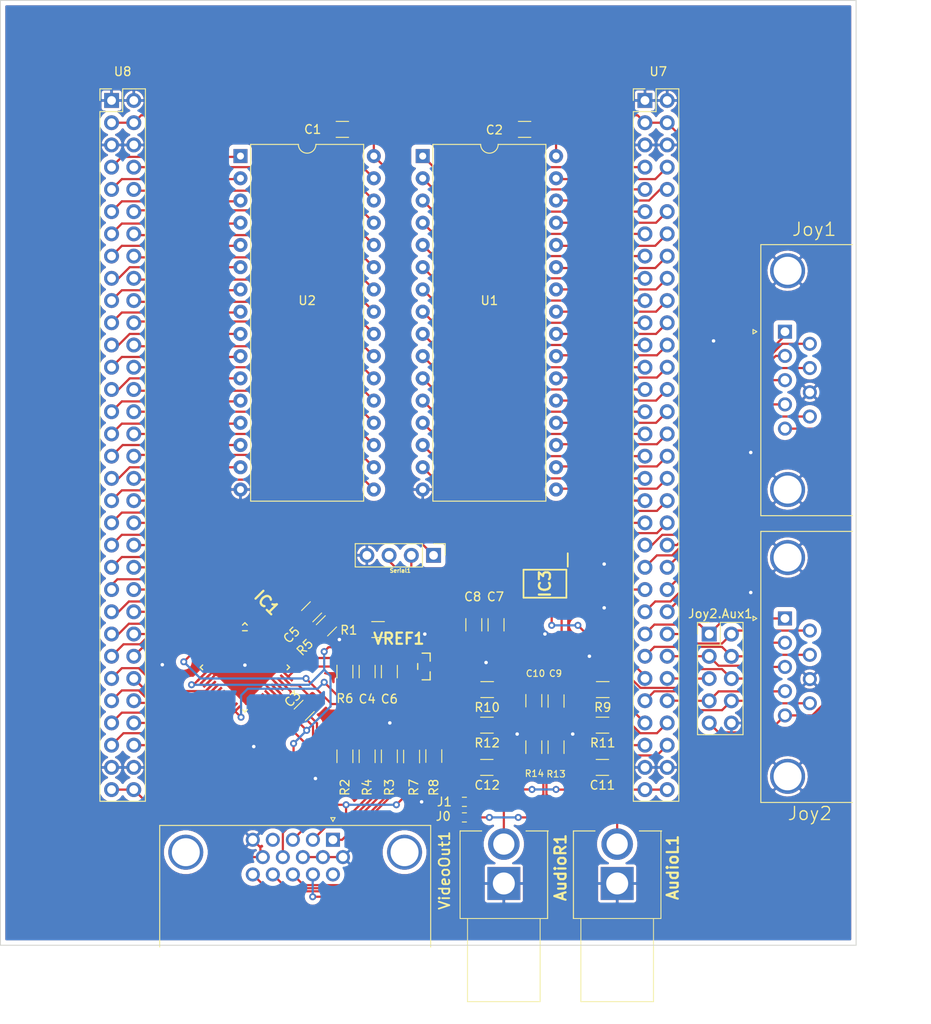
<source format=kicad_pcb>
(kicad_pcb (version 20171130) (host pcbnew "(5.1.9)-1")
  (layers (0 F.Cu signal) (31 B.Cu signal) (34 B.Paste user) (35 F.Paste user) (36 B.SilkS user) (37 F.SilkS user) (38 B.Mask user) (39 F.Mask user) (44 Edge.Cuts user))
  (net 0 "")
  (net 1 /A15)
  (net 2 /A17)
  (net 3 /A13)
  (net 4 /A0)
  (net 5 /A8)
  (net 6 /A1)
  (net 7 /A9)
  (net 8 /A2)
  (net 9 /A11)
  (net 10 /A3)
  (net 11 /A4)
  (net 12 /A10)
  (net 13 /A5)
  (net 14 /A6)
  (net 15 /A7)
  (net 16 /A12)
  (net 17 /A14)
  (net 18 /A16)
  (net 19 /A18)
  (net 20 /D2)
  (net 21 /D1)
  (net 22 /WE)
  (net 23 /D0)
  (net 24 /OE)
  (net 25 /D7)
  (net 26 /D6)
  (net 27 /D5)
  (net 28 /D4)
  (net 29 /D3)
  (net 30 +3V3)
  (net 31 GND)
  (net 32 /CE)
  (net 33 /a5)
  (net 34 /a4)
  (net 35 /a3)
  (net 36 /a1)
  (net 37 /a0)
  (net 38 /d7)
  (net 39 /d6)
  (net 40 /d5)
  (net 41 /d4)
  (net 42 /d3)
  (net 43 /d2)
  (net 44 /d1)
  (net 45 /d0)
  (net 46 /oe)
  (net 47 /we)
  (net 48 /ce)
  (net 49 /a18)
  (net 50 /a17)
  (net 51 /a16)
  (net 52 /a15)
  (net 53 /a14)
  (net 54 /a13)
  (net 55 /a12)
  (net 56 /a11)
  (net 57 /a10)
  (net 58 /a9)
  (net 59 /a8)
  (net 60 /a7)
  (net 61 /a6)
  (net 62 /a2)
  (net 63 "Net-(IC1-Pad38)")
  (net 64 "Net-(IC1-Pad37)")
  (net 65 "Net-(IC1-Pad34)")
  (net 66 "Net-(IC1-Pad32)")
  (net 67 "Net-(IC1-Pad28)")
  (net 68 +5V)
  (net 69 "Net-(C3-Pad2)")
  (net 70 +1V2)
  (net 71 /R7)
  (net 72 /R6)
  (net 73 /R5)
  (net 74 /R4)
  (net 75 /R3)
  (net 76 /R2)
  (net 77 /R1)
  (net 78 /R0)
  (net 79 /VI_CLOCK)
  (net 80 /B7)
  (net 81 /B6)
  (net 82 /B5)
  (net 83 /B4)
  (net 84 /B3)
  (net 85 /B2)
  (net 86 /B1)
  (net 87 /B0)
  (net 88 /BLANK)
  (net 89 /G7)
  (net 90 /G6)
  (net 91 /G5)
  (net 92 /G4)
  (net 93 /G3)
  (net 94 /G2)
  (net 95 /G1)
  (net 96 /G0)
  (net 97 /V_SYNC)
  (net 98 /H_SYNC)
  (net 99 AOUTL)
  (net 100 AOUTR)
  (net 101 /I2S_MCLK)
  (net 102 /I2S_WCLK)
  (net 103 /I2S_SCLK)
  (net 104 /I2S_DATA)
  (net 105 "Net-(C9-Pad2)")
  (net 106 "Net-(C10-Pad2)")
  (net 107 /S&C0)
  (net 108 /SEL0)
  (net 109 /A&B0)
  (net 110 /L0)
  (net 111 /U0)
  (net 112 /S&C1)
  (net 113 /SEL1)
  (net 114 /A&B1)
  (net 115 /L1)
  (net 116 /U1)
  (net 117 /TX|SCK)
  (net 118 /RX|SDA)
  (net 119 /JD0)
  (net 120 /JD1)
  (net 121 /JR0)
  (net 122 /JR1)
  (net 123 "Net-(R7-Pad2)")
  (net 124 "Net-(R8-Pad2)")
  (net 125 "Net-(VideoOut1-Pad11)")
  (net 126 "Net-(VideoOut1-Pad4)")
  (net 127 AOUTJL)
  (net 128 AOUTJR)
  (net 129 "Net-(J0-Pad2)")
  (net 130 "Net-(J1-Pad2)")
  (module Connector_Dsub:DSUB-15-HD_Female_Horizontal_P2.29x1.98mm_EdgePinOffset8.35mm_Housed_MountingHolesOffset10.89mm (layer F.Cu) (at 101.5 134)
    (fp_text reference VideoOut1 (at 12.75 3.5 90) (layer F.SilkS) (effects (font (size 1.2 1.2) (thickness 0.2))))
    (fp_text value DB15_Female_HighDensity)
    (pad 0 thru_hole circle (at 8.185 1.42) (size 4 4) (drill 3.2) (layers *.Cu *.Mask))
    (pad 0 thru_hole circle (at -16.815 1.42) (size 4 4) (drill 3.2) (layers *.Cu *.Mask))
    (pad 15 thru_hole circle (at -9.16 3.96) (size 1.6 1.6) (drill 1) (layers *.Cu *.Mask) (net 130 "Net-(J1-Pad2)"))
    (pad 14 thru_hole circle (at -6.87 3.96) (size 1.6 1.6) (drill 1) (layers *.Cu *.Mask) (net 124 "Net-(R8-Pad2)"))
    (pad 13 thru_hole circle (at -4.58 3.96) (size 1.6 1.6) (drill 1) (layers *.Cu *.Mask) (net 123 "Net-(R7-Pad2)"))
    (pad 12 thru_hole circle (at -2.29 3.96) (size 1.6 1.6) (drill 1) (layers *.Cu *.Mask) (net 129 "Net-(J0-Pad2)"))
    (pad 11 thru_hole circle (at 0 3.96) (size 1.6 1.6) (drill 1) (layers *.Cu *.Mask) (net 125 "Net-(VideoOut1-Pad11)"))
    (pad 10 thru_hole circle (at -8.015 1.98) (size 1.6 1.6) (drill 1) (layers *.Cu *.Mask) (net 31 GND))
    (pad 9 thru_hole circle (at -5.725 1.98) (size 1.6 1.6) (drill 1) (layers *.Cu *.Mask) (net 68 +5V))
    (pad 8 thru_hole circle (at -3.435 1.98) (size 1.6 1.6) (drill 1) (layers *.Cu *.Mask) (net 31 GND))
    (pad 7 thru_hole circle (at -1.145 1.98) (size 1.6 1.6) (drill 1) (layers *.Cu *.Mask) (net 31 GND))
    (pad 6 thru_hole circle (at 1.145 1.98) (size 1.6 1.6) (drill 1) (layers *.Cu *.Mask) (net 31 GND))
    (pad 5 thru_hole circle (at -9.16 0) (size 1.6 1.6) (drill 1) (layers *.Cu *.Mask) (net 31 GND))
    (pad 4 thru_hole circle (at -6.87 0) (size 1.6 1.6) (drill 1) (layers *.Cu *.Mask) (net 126 "Net-(VideoOut1-Pad4)"))
    (pad 3 thru_hole circle (at -4.58 0) (size 1.6 1.6) (drill 1) (layers *.Cu *.Mask) (net 67 "Net-(IC1-Pad28)"))
    (pad 2 thru_hole circle (at -2.29 0) (size 1.6 1.6) (drill 1) (layers *.Cu *.Mask) (net 66 "Net-(IC1-Pad32)"))
    (pad 1 thru_hole rect (at 0 0) (size 1.6 1.6) (drill 1) (layers *.Cu *.Mask) (net 65 "Net-(IC1-Pad34)"))
  )
  (module extralibrary:SOT95P237X112-3N (layer F.Cu) (at 111.9 114.2)
    (fp_text reference VREF1 (at -2.8702 -3.175) (layer F.SilkS) (effects (font (size 1.27 1.27) (thickness 0.254))))
    (fp_text value AD1580 hide)
    (pad 3 smd rect (at 1.016 0 90) (size 0.5588 1.3208) (layers F.Cu F.Paste F.Mask) (net 31 GND))
    (pad 2 smd rect (at -1.016 0.9398 90) (size 0.5588 1.3208) (layers F.Cu F.Paste F.Mask) (net 31 GND))
    (pad 1 smd rect (at -1.016 -0.9398 90) (size 0.5588 1.3208) (layers F.Cu F.Paste F.Mask) (net 70 +1V2))
  )
  (module Resistor_SMD:R_0603_1608Metric (layer F.Cu) (at 116.523 129.667 180)
    (fp_text reference J1 (at 2.286 0) (layer F.SilkS))
    (fp_text value 0R)
    (pad 2 smd roundrect (at 0.825 0 180) (size 0.8 0.95) (layers F.Cu F.Paste F.Mask) (net 130 "Net-(J1-Pad2)"))
    (pad 1 smd roundrect (at -0.825 0 180) (size 0.8 0.95) (layers F.Cu F.Paste F.Mask) (net 128 AOUTJR))
  )
  (module Resistor_SMD:R_0603_1608Metric (layer F.Cu) (at 116.523 131.445 180)
    (fp_text reference J0 (at 2.413 0.127) (layer F.SilkS))
    (fp_text value 0R)
    (pad 2 smd roundrect (at 0.825 0 180) (size 0.8 0.95) (layers F.Cu F.Paste F.Mask) (net 129 "Net-(J0-Pad2)"))
    (pad 1 smd roundrect (at -0.825 0 180) (size 0.8 0.95) (layers F.Cu F.Paste F.Mask) (net 127 AOUTJL))
  )
  (module extralibrary:SOIC127P600X175-8N (layer F.Cu) (at 125.73 104.742 270)
    (fp_text reference IC3 (at 0 0 90) (layer F.SilkS) (effects (font (size 1.27 1.27) (thickness 0.254))))
    (fp_text value CS4334 hide)
    (pad 8 smd rect (at 2.712 -1.905) (size 0.7 1.525) (layers F.Cu F.Paste F.Mask) (net 99 AOUTL))
    (pad 7 smd rect (at 2.712 -0.635) (size 0.7 1.525) (layers F.Cu F.Paste F.Mask) (net 68 +5V))
    (pad 6 smd rect (at 2.712 0.635) (size 0.7 1.525) (layers F.Cu F.Paste F.Mask) (net 31 GND))
    (pad 5 smd rect (at 2.712 1.905) (size 0.7 1.525) (layers F.Cu F.Paste F.Mask) (net 100 AOUTR))
    (pad 4 smd rect (at -2.712 1.905) (size 0.7 1.525) (layers F.Cu F.Paste F.Mask) (net 101 /I2S_MCLK))
    (pad 3 smd rect (at -2.712 0.635) (size 0.7 1.525) (layers F.Cu F.Paste F.Mask) (net 102 /I2S_WCLK))
    (pad 2 smd rect (at -2.712 -0.635) (size 0.7 1.525) (layers F.Cu F.Paste F.Mask) (net 103 /I2S_SCLK))
    (pad 1 smd rect (at -2.712 -1.905) (size 0.7 1.525) (layers F.Cu F.Paste F.Mask) (net 104 /I2S_DATA))
  )
  (module extralibrary:QFP50P900X900X160-48N (layer F.Cu) (at 91.44 114.3 315)
    (fp_text reference IC1 (at -3.4544 -6.985 135) (layer F.SilkS) (effects (font (size 1.27 1.27) (thickness 0.254))))
    (fp_text value ADV7125 hide)
    (pad 48 smd rect (at -2.7432 -4.2164 315) (size 0.2794 1.4732) (layers F.Cu F.Paste F.Mask) (net 71 /R7))
    (pad 47 smd rect (at -2.2606 -4.2164 315) (size 0.2794 1.4732) (layers F.Cu F.Paste F.Mask) (net 72 /R6))
    (pad 46 smd rect (at -1.7526 -4.2164 315) (size 0.2794 1.4732) (layers F.Cu F.Paste F.Mask) (net 73 /R5))
    (pad 45 smd rect (at -1.2446 -4.2164 315) (size 0.2794 1.4732) (layers F.Cu F.Paste F.Mask) (net 74 /R4))
    (pad 44 smd rect (at -0.762 -4.2164 315) (size 0.2794 1.4732) (layers F.Cu F.Paste F.Mask) (net 75 /R3))
    (pad 43 smd rect (at -0.254 -4.2164 315) (size 0.2794 1.4732) (layers F.Cu F.Paste F.Mask) (net 76 /R2))
    (pad 42 smd rect (at 0.254 -4.2164 315) (size 0.2794 1.4732) (layers F.Cu F.Paste F.Mask) (net 77 /R1))
    (pad 41 smd rect (at 0.762 -4.2164 315) (size 0.2794 1.4732) (layers F.Cu F.Paste F.Mask) (net 78 /R0))
    (pad 40 smd rect (at 1.2446 -4.2164 315) (size 0.2794 1.4732) (layers F.Cu F.Paste F.Mask) (net 31 GND))
    (pad 39 smd rect (at 1.7526 -4.2164 315) (size 0.2794 1.4732) (layers F.Cu F.Paste F.Mask) (net 31 GND))
    (pad 38 smd rect (at 2.2606 -4.2164 315) (size 0.2794 1.4732) (layers F.Cu F.Paste F.Mask) (net 63 "Net-(IC1-Pad38)"))
    (pad 37 smd rect (at 2.7432 -4.2164 315) (size 0.2794 1.4732) (layers F.Cu F.Paste F.Mask) (net 64 "Net-(IC1-Pad37)"))
    (pad 36 smd rect (at 4.2164 -2.7432 45) (size 0.2794 1.4732) (layers F.Cu F.Paste F.Mask) (net 70 +1V2))
    (pad 35 smd rect (at 4.2164 -2.2606 45) (size 0.2794 1.4732) (layers F.Cu F.Paste F.Mask) (net 69 "Net-(C3-Pad2)"))
    (pad 34 smd rect (at 4.2164 -1.7526 45) (size 0.2794 1.4732) (layers F.Cu F.Paste F.Mask) (net 65 "Net-(IC1-Pad34)"))
    (pad 33 smd rect (at 4.2164 -1.2446 45) (size 0.2794 1.4732) (layers F.Cu F.Paste F.Mask) (net 31 GND))
    (pad 32 smd rect (at 4.2164 -0.762 45) (size 0.2794 1.4732) (layers F.Cu F.Paste F.Mask) (net 66 "Net-(IC1-Pad32)"))
    (pad 31 smd rect (at 4.2164 -0.254 45) (size 0.2794 1.4732) (layers F.Cu F.Paste F.Mask) (net 31 GND))
    (pad 30 smd rect (at 4.2164 0.254 45) (size 0.2794 1.4732) (layers F.Cu F.Paste F.Mask) (net 68 +5V))
    (pad 29 smd rect (at 4.2164 0.762 45) (size 0.2794 1.4732) (layers F.Cu F.Paste F.Mask) (net 68 +5V))
    (pad 28 smd rect (at 4.2164 1.2446 45) (size 0.2794 1.4732) (layers F.Cu F.Paste F.Mask) (net 67 "Net-(IC1-Pad28)"))
    (pad 27 smd rect (at 4.2164 1.7526 45) (size 0.2794 1.4732) (layers F.Cu F.Paste F.Mask) (net 31 GND))
    (pad 26 smd rect (at 4.2164 2.2606 45) (size 0.2794 1.4732) (layers F.Cu F.Paste F.Mask) (net 31 GND))
    (pad 25 smd rect (at 4.2164 2.7432 45) (size 0.2794 1.4732) (layers F.Cu F.Paste F.Mask) (net 31 GND))
    (pad 24 smd rect (at 2.7432 4.2164 315) (size 0.2794 1.4732) (layers F.Cu F.Paste F.Mask) (net 79 /VI_CLOCK))
    (pad 23 smd rect (at 2.2606 4.2164 315) (size 0.2794 1.4732) (layers F.Cu F.Paste F.Mask) (net 80 /B7))
    (pad 22 smd rect (at 1.7526 4.2164 315) (size 0.2794 1.4732) (layers F.Cu F.Paste F.Mask) (net 81 /B6))
    (pad 21 smd rect (at 1.2446 4.2164 315) (size 0.2794 1.4732) (layers F.Cu F.Paste F.Mask) (net 82 /B5))
    (pad 20 smd rect (at 0.762 4.2164 315) (size 0.2794 1.4732) (layers F.Cu F.Paste F.Mask) (net 83 /B4))
    (pad 19 smd rect (at 0.254 4.2164 315) (size 0.2794 1.4732) (layers F.Cu F.Paste F.Mask) (net 84 /B3))
    (pad 18 smd rect (at -0.254 4.2164 315) (size 0.2794 1.4732) (layers F.Cu F.Paste F.Mask) (net 85 /B2))
    (pad 17 smd rect (at -0.762 4.2164 315) (size 0.2794 1.4732) (layers F.Cu F.Paste F.Mask) (net 86 /B1))
    (pad 16 smd rect (at -1.2446 4.2164 315) (size 0.2794 1.4732) (layers F.Cu F.Paste F.Mask) (net 87 /B0))
    (pad 15 smd rect (at -1.7526 4.2164 315) (size 0.2794 1.4732) (layers F.Cu F.Paste F.Mask) (net 31 GND))
    (pad 14 smd rect (at -2.2606 4.2164 315) (size 0.2794 1.4732) (layers F.Cu F.Paste F.Mask) (net 31 GND))
    (pad 13 smd rect (at -2.7432 4.2164 315) (size 0.2794 1.4732) (layers F.Cu F.Paste F.Mask) (net 68 +5V))
    (pad 12 smd rect (at -4.2164 2.7432 45) (size 0.2794 1.4732) (layers F.Cu F.Paste F.Mask) (net 31 GND))
    (pad 11 smd rect (at -4.2164 2.2606 45) (size 0.2794 1.4732) (layers F.Cu F.Paste F.Mask) (net 88 /BLANK))
    (pad 10 smd rect (at -4.2164 1.7526 45) (size 0.2794 1.4732) (layers F.Cu F.Paste F.Mask) (net 89 /G7))
    (pad 9 smd rect (at -4.2164 1.2446 45) (size 0.2794 1.4732) (layers F.Cu F.Paste F.Mask) (net 90 /G6))
    (pad 8 smd rect (at -4.2164 0.762 45) (size 0.2794 1.4732) (layers F.Cu F.Paste F.Mask) (net 91 /G5))
    (pad 7 smd rect (at -4.2164 0.254 45) (size 0.2794 1.4732) (layers F.Cu F.Paste F.Mask) (net 92 /G4))
    (pad 6 smd rect (at -4.2164 -0.254 45) (size 0.2794 1.4732) (layers F.Cu F.Paste F.Mask) (net 93 /G3))
    (pad 5 smd rect (at -4.2164 -0.762 45) (size 0.2794 1.4732) (layers F.Cu F.Paste F.Mask) (net 94 /G2))
    (pad 4 smd rect (at -4.2164 -1.2446 45) (size 0.2794 1.4732) (layers F.Cu F.Paste F.Mask) (net 95 /G1))
    (pad 3 smd rect (at -4.2164 -1.7526 45) (size 0.2794 1.4732) (layers F.Cu F.Paste F.Mask) (net 96 /G0))
    (pad 2 smd rect (at -4.2164 -2.2606 45) (size 0.2794 1.4732) (layers F.Cu F.Paste F.Mask) (net 31 GND))
    (pad 1 smd rect (at -4.2164 -2.7432 45) (size 0.2794 1.4732) (layers F.Cu F.Paste F.Mask) (net 31 GND))
  )
  (module extralibrary:KLPX0848A2RG (layer F.Cu) (at 121.031 138.993 90)
    (fp_text reference AudioR1 (at 1.833 6.477 270) (layer F.SilkS) (effects (font (size 1.27 1.27) (thickness 0.254))))
    (fp_text value RCA hide)
    (pad 2 thru_hole circle (at 4.5 0 90) (size 3.6 3.6) (drill 2.42) (layers *.Cu *.Mask) (net 128 AOUTJR))
    (pad 1 thru_hole rect (at 0 0 90) (size 3.765 3.765) (drill 2.51) (layers *.Cu *.Mask) (net 31 GND))
  )
  (module extralibrary:KLPX0848A2RG (layer F.Cu) (at 133.985 138.993 90)
    (fp_text reference AudioL1 (at 1.833 6.35 270) (layer F.SilkS) (effects (font (size 1.27 1.27) (thickness 0.254))))
    (fp_text value RCA hide)
    (pad 2 thru_hole circle (at 4.5 0 90) (size 3.6 3.6) (drill 2.42) (layers *.Cu *.Mask) (net 127 AOUTJL))
    (pad 1 thru_hole rect (at 0 0 90) (size 3.765 3.765) (drill 2.51) (layers *.Cu *.Mask) (net 31 GND))
  )
  (module Connector_Dsub:DSUB-9_Female_Horizontal_P2.77x2.84mm_EdgePinOffset4.94mm_Housed_MountingHolesOffset7.48mm (layer F.Cu) (at 153.162 108.712 90)
    (fp_text reference Joy2 (at -22.288 2.838 180) (layer F.SilkS) (effects (font (size 1.5 1.5))))
    (fp_text value DB9_Male_MountingHoles)
    (pad 0 thru_hole circle (at 6.96 0.3 90) (size 4 4) (drill 3.2) (layers *.Cu *.Mask) (net 31 GND))
    (pad 0 thru_hole circle (at -18.04 0.3 90) (size 4 4) (drill 3.2) (layers *.Cu *.Mask) (net 31 GND))
    (pad 9 thru_hole circle (at -9.695 2.84 90) (size 1.6 1.6) (drill 1) (layers *.Cu *.Mask) (net 112 /S&C1))
    (pad 8 thru_hole circle (at -6.925 2.84 90) (size 1.6 1.6) (drill 1) (layers *.Cu *.Mask) (net 31 GND))
    (pad 7 thru_hole circle (at -4.155 2.84 90) (size 1.6 1.6) (drill 1) (layers *.Cu *.Mask) (net 113 /SEL1))
    (pad 6 thru_hole circle (at -1.385 2.84 90) (size 1.6 1.6) (drill 1) (layers *.Cu *.Mask) (net 114 /A&B1))
    (pad 5 thru_hole circle (at -11.08 0 90) (size 1.6 1.6) (drill 1) (layers *.Cu *.Mask) (net 30 +3V3))
    (pad 4 thru_hole circle (at -8.31 0 90) (size 1.6 1.6) (drill 1) (layers *.Cu *.Mask) (net 122 /JR1))
    (pad 3 thru_hole circle (at -5.54 0 90) (size 1.6 1.6) (drill 1) (layers *.Cu *.Mask) (net 115 /L1))
    (pad 2 thru_hole circle (at -2.77 0 90) (size 1.6 1.6) (drill 1) (layers *.Cu *.Mask) (net 120 /JD1))
    (pad 1 thru_hole rect (at 0 0 90) (size 1.6 1.6) (drill 1) (layers *.Cu *.Mask) (net 116 /U1))
  )
  (module Connector_PinHeader_2.54mm:PinHeader_2x05_P2.54mm_Vertical (layer F.Cu) (at 144.5 110.5)
    (fp_text reference Joy2.Aux1 (at 1.27 -2.33) (layer F.SilkS))
    (fp_text value Conn_02x05_Odd_Even)
    (pad 10 thru_hole oval (at 2.54 10.16) (size 1.7 1.7) (drill 1) (layers *.Cu *.Mask) (net 31 GND))
    (pad 9 thru_hole oval (at 0 10.16) (size 1.7 1.7) (drill 1) (layers *.Cu *.Mask) (net 30 +3V3))
    (pad 8 thru_hole oval (at 2.54 7.62) (size 1.7 1.7) (drill 1) (layers *.Cu *.Mask) (net 112 /S&C1))
    (pad 7 thru_hole oval (at 0 7.62) (size 1.7 1.7) (drill 1) (layers *.Cu *.Mask) (net 122 /JR1))
    (pad 6 thru_hole oval (at 2.54 5.08) (size 1.7 1.7) (drill 1) (layers *.Cu *.Mask) (net 115 /L1))
    (pad 5 thru_hole oval (at 0 5.08) (size 1.7 1.7) (drill 1) (layers *.Cu *.Mask) (net 68 +5V))
    (pad 4 thru_hole oval (at 2.54 2.54) (size 1.7 1.7) (drill 1) (layers *.Cu *.Mask) (net 120 /JD1))
    (pad 3 thru_hole oval (at 0 2.54) (size 1.7 1.7) (drill 1) (layers *.Cu *.Mask) (net 113 /SEL1))
    (pad 2 thru_hole oval (at 2.54 0) (size 1.7 1.7) (drill 1) (layers *.Cu *.Mask) (net 114 /A&B1))
    (pad 1 thru_hole rect (at 0 0) (size 1.7 1.7) (drill 1) (layers *.Cu *.Mask) (net 116 /U1))
  )
  (module Connector_PinHeader_2.54mm:PinHeader_2x32_P2.54mm_Vertical (layer F.Cu) (at 137.16 49.53)
    (fp_text reference U7 (at 1.524 -3.302) (layer F.SilkS))
    (fp_text value Conn_02x32_Odd_Even)
    (pad 64 thru_hole oval (at 2.54 78.74) (size 1.7 1.7) (drill 1) (layers *.Cu *.Mask) (net 68 +5V))
    (pad 63 thru_hole oval (at 0 78.74) (size 1.7 1.7) (drill 1) (layers *.Cu *.Mask) (net 68 +5V))
    (pad 62 thru_hole oval (at 2.54 76.2) (size 1.7 1.7) (drill 1) (layers *.Cu *.Mask) (net 31 GND))
    (pad 61 thru_hole oval (at 0 76.2) (size 1.7 1.7) (drill 1) (layers *.Cu *.Mask) (net 31 GND))
    (pad 60 thru_hole oval (at 2.54 73.66) (size 1.7 1.7) (drill 1) (layers *.Cu *.Mask) (net 97 /V_SYNC))
    (pad 59 thru_hole oval (at 0 73.66) (size 1.7 1.7) (drill 1) (layers *.Cu *.Mask) (net 98 /H_SYNC))
    (pad 58 thru_hole oval (at 2.54 71.12) (size 1.7 1.7) (drill 1) (layers *.Cu *.Mask) (net 88 /BLANK))
    (pad 57 thru_hole oval (at 0 71.12) (size 1.7 1.7) (drill 1) (layers *.Cu *.Mask) (net 79 /VI_CLOCK))
    (pad 56 thru_hole oval (at 2.54 68.58) (size 1.7 1.7) (drill 1) (layers *.Cu *.Mask) (net 112 /S&C1))
    (pad 55 thru_hole oval (at 0 68.58) (size 1.7 1.7) (drill 1) (layers *.Cu *.Mask) (net 122 /JR1))
    (pad 54 thru_hole oval (at 2.54 66.04) (size 1.7 1.7) (drill 1) (layers *.Cu *.Mask) (net 115 /L1))
    (pad 53 thru_hole oval (at 0 66.04) (size 1.7 1.7) (drill 1) (layers *.Cu *.Mask) (net 118 /RX|SDA))
    (pad 52 thru_hole oval (at 2.54 63.5) (size 1.7 1.7) (drill 1) (layers *.Cu *.Mask) (net 113 /SEL1))
    (pad 51 thru_hole oval (at 0 63.5) (size 1.7 1.7) (drill 1) (layers *.Cu *.Mask) (net 120 /JD1))
    (pad 50 thru_hole oval (at 2.54 60.96) (size 1.7 1.7) (drill 1) (layers *.Cu *.Mask) (net 114 /A&B1))
    (pad 49 thru_hole oval (at 0 60.96) (size 1.7 1.7) (drill 1) (layers *.Cu *.Mask) (net 116 /U1))
    (pad 48 thru_hole oval (at 2.54 58.42) (size 1.7 1.7) (drill 1) (layers *.Cu *.Mask) (net 107 /S&C0))
    (pad 47 thru_hole oval (at 0 58.42) (size 1.7 1.7) (drill 1) (layers *.Cu *.Mask) (net 121 /JR0))
    (pad 46 thru_hole oval (at 2.54 55.88) (size 1.7 1.7) (drill 1) (layers *.Cu *.Mask) (net 110 /L0))
    (pad 45 thru_hole oval (at 0 55.88) (size 1.7 1.7) (drill 1) (layers *.Cu *.Mask) (net 117 /TX|SCK))
    (pad 44 thru_hole oval (at 2.54 53.34) (size 1.7 1.7) (drill 1) (layers *.Cu *.Mask) (net 108 /SEL0))
    (pad 43 thru_hole oval (at 0 53.34) (size 1.7 1.7) (drill 1) (layers *.Cu *.Mask) (net 119 /JD0))
    (pad 42 thru_hole oval (at 2.54 50.8) (size 1.7 1.7) (drill 1) (layers *.Cu *.Mask) (net 109 /A&B0))
    (pad 41 thru_hole oval (at 0 50.8) (size 1.7 1.7) (drill 1) (layers *.Cu *.Mask) (net 111 /U0))
    (pad 40 thru_hole oval (at 2.54 48.26) (size 1.7 1.7) (drill 1) (layers *.Cu *.Mask) (net 104 /I2S_DATA))
    (pad 39 thru_hole oval (at 0 48.26) (size 1.7 1.7) (drill 1) (layers *.Cu *.Mask) (net 103 /I2S_SCLK))
    (pad 38 thru_hole oval (at 2.54 45.72) (size 1.7 1.7) (drill 1) (layers *.Cu *.Mask) (net 102 /I2S_WCLK))
    (pad 37 thru_hole oval (at 0 45.72) (size 1.7 1.7) (drill 1) (layers *.Cu *.Mask) (net 101 /I2S_MCLK))
    (pad 36 thru_hole oval (at 2.54 43.18) (size 1.7 1.7) (drill 1) (layers *.Cu *.Mask) (net 42 /d3))
    (pad 35 thru_hole oval (at 0 43.18) (size 1.7 1.7) (drill 1) (layers *.Cu *.Mask) (net 43 /d2))
    (pad 34 thru_hole oval (at 2.54 40.64) (size 1.7 1.7) (drill 1) (layers *.Cu *.Mask) (net 41 /d4))
    (pad 33 thru_hole oval (at 0 40.64) (size 1.7 1.7) (drill 1) (layers *.Cu *.Mask) (net 44 /d1))
    (pad 32 thru_hole oval (at 2.54 38.1) (size 1.7 1.7) (drill 1) (layers *.Cu *.Mask) (net 40 /d5))
    (pad 31 thru_hole oval (at 0 38.1) (size 1.7 1.7) (drill 1) (layers *.Cu *.Mask) (net 45 /d0))
    (pad 30 thru_hole oval (at 2.54 35.56) (size 1.7 1.7) (drill 1) (layers *.Cu *.Mask) (net 39 /d6))
    (pad 29 thru_hole oval (at 0 35.56) (size 1.7 1.7) (drill 1) (layers *.Cu *.Mask) (net 37 /a0))
    (pad 28 thru_hole oval (at 2.54 33.02) (size 1.7 1.7) (drill 1) (layers *.Cu *.Mask) (net 38 /d7))
    (pad 27 thru_hole oval (at 0 33.02) (size 1.7 1.7) (drill 1) (layers *.Cu *.Mask) (net 36 /a1))
    (pad 26 thru_hole oval (at 2.54 30.48) (size 1.7 1.7) (drill 1) (layers *.Cu *.Mask) (net 48 /ce))
    (pad 25 thru_hole oval (at 0 30.48) (size 1.7 1.7) (drill 1) (layers *.Cu *.Mask) (net 62 /a2))
    (pad 24 thru_hole oval (at 2.54 27.94) (size 1.7 1.7) (drill 1) (layers *.Cu *.Mask) (net 57 /a10))
    (pad 23 thru_hole oval (at 0 27.94) (size 1.7 1.7) (drill 1) (layers *.Cu *.Mask) (net 35 /a3))
    (pad 22 thru_hole oval (at 2.54 25.4) (size 1.7 1.7) (drill 1) (layers *.Cu *.Mask) (net 46 /oe))
    (pad 21 thru_hole oval (at 0 25.4) (size 1.7 1.7) (drill 1) (layers *.Cu *.Mask) (net 34 /a4))
    (pad 20 thru_hole oval (at 2.54 22.86) (size 1.7 1.7) (drill 1) (layers *.Cu *.Mask) (net 56 /a11))
    (pad 19 thru_hole oval (at 0 22.86) (size 1.7 1.7) (drill 1) (layers *.Cu *.Mask) (net 33 /a5))
    (pad 18 thru_hole oval (at 2.54 20.32) (size 1.7 1.7) (drill 1) (layers *.Cu *.Mask) (net 58 /a9))
    (pad 17 thru_hole oval (at 0 20.32) (size 1.7 1.7) (drill 1) (layers *.Cu *.Mask) (net 61 /a6))
    (pad 16 thru_hole oval (at 2.54 17.78) (size 1.7 1.7) (drill 1) (layers *.Cu *.Mask) (net 59 /a8))
    (pad 15 thru_hole oval (at 0 17.78) (size 1.7 1.7) (drill 1) (layers *.Cu *.Mask) (net 60 /a7))
    (pad 14 thru_hole oval (at 2.54 15.24) (size 1.7 1.7) (drill 1) (layers *.Cu *.Mask) (net 54 /a13))
    (pad 13 thru_hole oval (at 0 15.24) (size 1.7 1.7) (drill 1) (layers *.Cu *.Mask) (net 55 /a12))
    (pad 12 thru_hole oval (at 2.54 12.7) (size 1.7 1.7) (drill 1) (layers *.Cu *.Mask) (net 47 /we))
    (pad 11 thru_hole oval (at 0 12.7) (size 1.7 1.7) (drill 1) (layers *.Cu *.Mask) (net 53 /a14))
    (pad 10 thru_hole oval (at 2.54 10.16) (size 1.7 1.7) (drill 1) (layers *.Cu *.Mask) (net 50 /a17))
    (pad 9 thru_hole oval (at 0 10.16) (size 1.7 1.7) (drill 1) (layers *.Cu *.Mask) (net 51 /a16))
    (pad 8 thru_hole oval (at 2.54 7.62) (size 1.7 1.7) (drill 1) (layers *.Cu *.Mask) (net 52 /a15))
    (pad 7 thru_hole oval (at 0 7.62) (size 1.7 1.7) (drill 1) (layers *.Cu *.Mask) (net 49 /a18))
    (pad 6 thru_hole oval (at 2.54 5.08) (size 1.7 1.7) (drill 1) (layers *.Cu *.Mask) (net 31 GND))
    (pad 5 thru_hole oval (at 0 5.08) (size 1.7 1.7) (drill 1) (layers *.Cu *.Mask) (net 31 GND))
    (pad 4 thru_hole oval (at 2.54 2.54) (size 1.7 1.7) (drill 1) (layers *.Cu *.Mask) (net 30 +3V3))
    (pad 3 thru_hole oval (at 0 2.54) (size 1.7 1.7) (drill 1) (layers *.Cu *.Mask) (net 30 +3V3))
    (pad 2 thru_hole oval (at 2.54 0) (size 1.7 1.7) (drill 1) (layers *.Cu *.Mask) (net 31 GND))
    (pad 1 thru_hole rect (at 0 0) (size 1.7 1.7) (drill 1) (layers *.Cu *.Mask) (net 31 GND))
  )
  (module Connector_PinHeader_2.54mm:PinHeader_1x04_P2.54mm_Vertical (layer F.Cu) (at 113 101.5 270)
    (fp_text reference Serial1 (at 1.75 3.81 180) (layer F.SilkS) (effects (font (size 0.45 0.45) (thickness 0.1125))))
    (fp_text value Conn_01x04_Male)
    (pad 4 thru_hole oval (at 0 7.62 270) (size 1.7 1.7) (drill 1) (layers *.Cu *.Mask) (net 31 GND))
    (pad 3 thru_hole oval (at 0 5.08 270) (size 1.7 1.7) (drill 1) (layers *.Cu *.Mask) (net 118 /RX|SDA))
    (pad 2 thru_hole oval (at 0 2.54 270) (size 1.7 1.7) (drill 1) (layers *.Cu *.Mask) (net 117 /TX|SCK))
    (pad 1 thru_hole rect (at 0 0 270) (size 1.7 1.7) (drill 1) (layers *.Cu *.Mask) (net 30 +3V3))
  )
  (module Connector_Dsub:DSUB-9_Female_Horizontal_P2.77x2.84mm_EdgePinOffset4.94mm_Housed_MountingHolesOffset7.48mm (layer F.Cu) (at 153.162 75.946 90)
    (fp_text reference Joy1 (at 11.696 3.338) (layer F.SilkS) (effects (font (size 1.5 1.5))))
    (fp_text value DB9_Male_MountingHoles)
    (pad 0 thru_hole circle (at 6.96 0.3 90) (size 4 4) (drill 3.2) (layers *.Cu *.Mask) (net 31 GND))
    (pad 0 thru_hole circle (at -18.04 0.3 90) (size 4 4) (drill 3.2) (layers *.Cu *.Mask) (net 31 GND))
    (pad 9 thru_hole circle (at -9.695 2.84 90) (size 1.6 1.6) (drill 1) (layers *.Cu *.Mask) (net 107 /S&C0))
    (pad 8 thru_hole circle (at -6.925 2.84 90) (size 1.6 1.6) (drill 1) (layers *.Cu *.Mask) (net 31 GND))
    (pad 7 thru_hole circle (at -4.155 2.84 90) (size 1.6 1.6) (drill 1) (layers *.Cu *.Mask) (net 108 /SEL0))
    (pad 6 thru_hole circle (at -1.385 2.84 90) (size 1.6 1.6) (drill 1) (layers *.Cu *.Mask) (net 109 /A&B0))
    (pad 5 thru_hole circle (at -11.08 0 90) (size 1.6 1.6) (drill 1) (layers *.Cu *.Mask) (net 30 +3V3))
    (pad 4 thru_hole circle (at -8.31 0 90) (size 1.6 1.6) (drill 1) (layers *.Cu *.Mask) (net 121 /JR0))
    (pad 3 thru_hole circle (at -5.54 0 90) (size 1.6 1.6) (drill 1) (layers *.Cu *.Mask) (net 110 /L0))
    (pad 2 thru_hole circle (at -2.77 0 90) (size 1.6 1.6) (drill 1) (layers *.Cu *.Mask) (net 119 /JD0))
    (pad 1 thru_hole rect (at 0 0 90) (size 1.6 1.6) (drill 1) (layers *.Cu *.Mask) (net 111 /U0))
  )
  (module Resistor_SMD:R_1206_3216Metric_Pad1.30x1.75mm_HandSolder (layer F.Cu) (at 124.46 123.418 270)
    (fp_text reference R14 (at 3.0105 -0.0635 180) (layer F.SilkS) (effects (font (size 0.75 0.75) (thickness 0.125))))
    (fp_text value 560R)
    (pad 2 smd roundrect (at 1.55 0 270) (size 1.3 1.75) (layers F.Cu F.Paste F.Mask) (roundrect_rratio 0.1923069230769231) (net 128 AOUTJR))
    (pad 1 smd roundrect (at -1.55 0 270) (size 1.3 1.75) (layers F.Cu F.Paste F.Mask) (roundrect_rratio 0.1923069230769231) (net 106 "Net-(C10-Pad2)"))
  )
  (module Resistor_SMD:R_1206_3216Metric_Pad1.30x1.75mm_HandSolder (layer F.Cu) (at 127 123.418 270)
    (fp_text reference R13 (at 3.074 0 180) (layer F.SilkS) (effects (font (size 0.75 0.75) (thickness 0.125))))
    (fp_text value 560R)
    (pad 2 smd roundrect (at 1.55 0 270) (size 1.3 1.75) (layers F.Cu F.Paste F.Mask) (roundrect_rratio 0.1923069230769231) (net 127 AOUTJL))
    (pad 1 smd roundrect (at -1.55 0 270) (size 1.3 1.75) (layers F.Cu F.Paste F.Mask) (roundrect_rratio 0.1923069230769231) (net 105 "Net-(C9-Pad2)"))
  )
  (module Resistor_SMD:R_1206_3216Metric_Pad1.30x1.75mm_HandSolder (layer F.Cu) (at 119.1 120.904 180)
    (fp_text reference R12 (at -0.026 -2.032) (layer F.SilkS))
    (fp_text value 10k)
    (pad 2 smd roundrect (at 1.55 0 180) (size 1.3 1.75) (layers F.Cu F.Paste F.Mask) (roundrect_rratio 0.1923069230769231) (net 31 GND))
    (pad 1 smd roundrect (at -1.55 0 180) (size 1.3 1.75) (layers F.Cu F.Paste F.Mask) (roundrect_rratio 0.1923069230769231) (net 106 "Net-(C10-Pad2)"))
  )
  (module Resistor_SMD:R_1206_3216Metric_Pad1.30x1.75mm_HandSolder (layer F.Cu) (at 132.308 120.904 180)
    (fp_text reference R11 (at -0.026 -2.032) (layer F.SilkS))
    (fp_text value 10k)
    (pad 2 smd roundrect (at 1.55 0 180) (size 1.3 1.75) (layers F.Cu F.Paste F.Mask) (roundrect_rratio 0.1923069230769231) (net 105 "Net-(C9-Pad2)"))
    (pad 1 smd roundrect (at -1.55 0 180) (size 1.3 1.75) (layers F.Cu F.Paste F.Mask) (roundrect_rratio 0.1923069230769231) (net 31 GND))
  )
  (module Resistor_SMD:R_1206_3216Metric_Pad1.30x1.75mm_HandSolder (layer F.Cu) (at 119.126 116.84 180)
    (fp_text reference R10 (at 0 -2.032) (layer F.SilkS))
    (fp_text value 267k)
    (pad 2 smd roundrect (at 1.55 0 180) (size 1.3 1.75) (layers F.Cu F.Paste F.Mask) (roundrect_rratio 0.1923069230769231) (net 31 GND))
    (pad 1 smd roundrect (at -1.55 0 180) (size 1.3 1.75) (layers F.Cu F.Paste F.Mask) (roundrect_rratio 0.1923069230769231) (net 100 AOUTR))
  )
  (module Resistor_SMD:R_1206_3216Metric_Pad1.30x1.75mm_HandSolder (layer F.Cu) (at 132.334 116.84 180)
    (fp_text reference R9 (at 0 -2.032 180) (layer F.SilkS))
    (fp_text value 267k)
    (pad 2 smd roundrect (at 1.55 0 180) (size 1.3 1.75) (layers F.Cu F.Paste F.Mask) (roundrect_rratio 0.1923069230769231) (net 99 AOUTL))
    (pad 1 smd roundrect (at -1.55 0 180) (size 1.3 1.75) (layers F.Cu F.Paste F.Mask) (roundrect_rratio 0.1923069230769231) (net 31 GND))
  )
  (module Capacitor_SMD:C_1206_3216Metric_Pad1.33x1.80mm_HandSolder (layer F.Cu) (at 119.0875 125.73)
    (fp_text reference C12 (at 0.0385 2.032) (layer F.SilkS))
    (fp_text value 3.3n)
    (pad 2 smd roundrect (at 1.5625 0) (size 1.325 1.8) (layers F.Cu F.Paste F.Mask) (roundrect_rratio 0.1886769811320755) (net 128 AOUTJR))
    (pad 1 smd roundrect (at -1.5625 0) (size 1.325 1.8) (layers F.Cu F.Paste F.Mask) (roundrect_rratio 0.1886769811320755) (net 31 GND))
  )
  (module Capacitor_SMD:C_1206_3216Metric_Pad1.33x1.80mm_HandSolder (layer F.Cu) (at 132.2955 125.73)
    (fp_text reference C11 (at 0 2.032) (layer F.SilkS))
    (fp_text value 3.3n)
    (pad 2 smd roundrect (at 1.5625 0) (size 1.325 1.8) (layers F.Cu F.Paste F.Mask) (roundrect_rratio 0.1886769811320755) (net 31 GND))
    (pad 1 smd roundrect (at -1.5625 0) (size 1.325 1.8) (layers F.Cu F.Paste F.Mask) (roundrect_rratio 0.1886769811320755) (net 127 AOUTJL))
  )
  (module Capacitor_SMD:C_1206_3216Metric_Pad1.33x1.80mm_HandSolder (layer F.Cu) (at 124.46 118.11 270)
    (fp_text reference C10 (at -3.1115 -0.1905 180) (layer F.SilkS) (effects (font (size 0.75 0.75) (thickness 0.125))))
    (fp_text value 3.3u)
    (pad 2 smd roundrect (at 1.5625 0 270) (size 1.325 1.8) (layers F.Cu F.Paste F.Mask) (roundrect_rratio 0.1886769811320755) (net 106 "Net-(C10-Pad2)"))
    (pad 1 smd roundrect (at -1.5625 0 270) (size 1.325 1.8) (layers F.Cu F.Paste F.Mask) (roundrect_rratio 0.1886769811320755) (net 100 AOUTR))
  )
  (module Capacitor_SMD:C_1206_3216Metric_Pad1.33x1.80mm_HandSolder (layer F.Cu) (at 127 118.1485 270)
    (fp_text reference C9 (at -3.15 0.0635 180) (layer F.SilkS) (effects (font (size 0.75 0.75) (thickness 0.125))))
    (fp_text value 3.3u)
    (pad 2 smd roundrect (at 1.5625 0 270) (size 1.325 1.8) (layers F.Cu F.Paste F.Mask) (roundrect_rratio 0.1886769811320755) (net 105 "Net-(C9-Pad2)"))
    (pad 1 smd roundrect (at -1.5625 0 270) (size 1.325 1.8) (layers F.Cu F.Paste F.Mask) (roundrect_rratio 0.1886769811320755) (net 99 AOUTL))
  )
  (module Capacitor_SMD:C_1206_3216Metric_Pad1.33x1.80mm_HandSolder (layer F.Cu) (at 117.602 109.4355 270)
    (fp_text reference C8 (at -3.2 0.127 180) (layer F.SilkS))
    (fp_text value 1u)
    (pad 2 smd roundrect (at 1.5625 0 270) (size 1.325 1.8) (layers F.Cu F.Paste F.Mask) (roundrect_rratio 0.1886769811320755) (net 31 GND))
    (pad 1 smd roundrect (at -1.5625 0 270) (size 1.325 1.8) (layers F.Cu F.Paste F.Mask) (roundrect_rratio 0.1886769811320755) (net 68 +5V))
  )
  (module Capacitor_SMD:C_1206_3216Metric_Pad1.33x1.80mm_HandSolder (layer F.Cu) (at 120.142 109.4355 270)
    (fp_text reference C7 (at -3.2 0.0635 180) (layer F.SilkS))
    (fp_text value 0.1u)
    (pad 2 smd roundrect (at 1.5625 0 270) (size 1.325 1.8) (layers F.Cu F.Paste F.Mask) (roundrect_rratio 0.1886769811320755) (net 31 GND))
    (pad 1 smd roundrect (at -1.5625 0 270) (size 1.325 1.8) (layers F.Cu F.Paste F.Mask) (roundrect_rratio 0.1886769811320755) (net 68 +5V))
  )
  (module Connector_PinHeader_2.54mm:PinHeader_2x32_P2.54mm_Vertical (layer F.Cu) (at 76.2 49.53)
    (fp_text reference U8 (at 1.27 -3.302) (layer F.SilkS))
    (fp_text value Conn_02x32_Odd_Even)
    (pad 64 thru_hole oval (at 2.54 78.74) (size 1.7 1.7) (drill 1) (layers *.Cu *.Mask) (net 68 +5V))
    (pad 63 thru_hole oval (at 0 78.74) (size 1.7 1.7) (drill 1) (layers *.Cu *.Mask) (net 68 +5V))
    (pad 62 thru_hole oval (at 2.54 76.2) (size 1.7 1.7) (drill 1) (layers *.Cu *.Mask) (net 31 GND))
    (pad 61 thru_hole oval (at 0 76.2) (size 1.7 1.7) (drill 1) (layers *.Cu *.Mask) (net 31 GND))
    (pad 60 thru_hole oval (at 2.54 73.66) (size 1.7 1.7) (drill 1) (layers *.Cu *.Mask) (net 80 /B7))
    (pad 59 thru_hole oval (at 0 73.66) (size 1.7 1.7) (drill 1) (layers *.Cu *.Mask) (net 81 /B6))
    (pad 58 thru_hole oval (at 2.54 71.12) (size 1.7 1.7) (drill 1) (layers *.Cu *.Mask) (net 82 /B5))
    (pad 57 thru_hole oval (at 0 71.12) (size 1.7 1.7) (drill 1) (layers *.Cu *.Mask) (net 83 /B4))
    (pad 56 thru_hole oval (at 2.54 68.58) (size 1.7 1.7) (drill 1) (layers *.Cu *.Mask) (net 84 /B3))
    (pad 55 thru_hole oval (at 0 68.58) (size 1.7 1.7) (drill 1) (layers *.Cu *.Mask) (net 85 /B2))
    (pad 54 thru_hole oval (at 2.54 66.04) (size 1.7 1.7) (drill 1) (layers *.Cu *.Mask) (net 86 /B1))
    (pad 53 thru_hole oval (at 0 66.04) (size 1.7 1.7) (drill 1) (layers *.Cu *.Mask) (net 87 /B0))
    (pad 52 thru_hole oval (at 2.54 63.5) (size 1.7 1.7) (drill 1) (layers *.Cu *.Mask) (net 89 /G7))
    (pad 51 thru_hole oval (at 0 63.5) (size 1.7 1.7) (drill 1) (layers *.Cu *.Mask) (net 90 /G6))
    (pad 50 thru_hole oval (at 2.54 60.96) (size 1.7 1.7) (drill 1) (layers *.Cu *.Mask) (net 91 /G5))
    (pad 49 thru_hole oval (at 0 60.96) (size 1.7 1.7) (drill 1) (layers *.Cu *.Mask) (net 92 /G4))
    (pad 48 thru_hole oval (at 2.54 58.42) (size 1.7 1.7) (drill 1) (layers *.Cu *.Mask) (net 93 /G3))
    (pad 47 thru_hole oval (at 0 58.42) (size 1.7 1.7) (drill 1) (layers *.Cu *.Mask) (net 94 /G2))
    (pad 46 thru_hole oval (at 2.54 55.88) (size 1.7 1.7) (drill 1) (layers *.Cu *.Mask) (net 95 /G1))
    (pad 45 thru_hole oval (at 0 55.88) (size 1.7 1.7) (drill 1) (layers *.Cu *.Mask) (net 96 /G0))
    (pad 44 thru_hole oval (at 2.54 53.34) (size 1.7 1.7) (drill 1) (layers *.Cu *.Mask) (net 71 /R7))
    (pad 43 thru_hole oval (at 0 53.34) (size 1.7 1.7) (drill 1) (layers *.Cu *.Mask) (net 72 /R6))
    (pad 42 thru_hole oval (at 2.54 50.8) (size 1.7 1.7) (drill 1) (layers *.Cu *.Mask) (net 73 /R5))
    (pad 41 thru_hole oval (at 0 50.8) (size 1.7 1.7) (drill 1) (layers *.Cu *.Mask) (net 74 /R4))
    (pad 40 thru_hole oval (at 2.54 48.26) (size 1.7 1.7) (drill 1) (layers *.Cu *.Mask) (net 75 /R3))
    (pad 39 thru_hole oval (at 0 48.26) (size 1.7 1.7) (drill 1) (layers *.Cu *.Mask) (net 76 /R2))
    (pad 38 thru_hole oval (at 2.54 45.72) (size 1.7 1.7) (drill 1) (layers *.Cu *.Mask) (net 77 /R1))
    (pad 37 thru_hole oval (at 0 45.72) (size 1.7 1.7) (drill 1) (layers *.Cu *.Mask) (net 78 /R0))
    (pad 36 thru_hole oval (at 2.54 43.18) (size 1.7 1.7) (drill 1) (layers *.Cu *.Mask) (net 29 /D3))
    (pad 35 thru_hole oval (at 0 43.18) (size 1.7 1.7) (drill 1) (layers *.Cu *.Mask) (net 20 /D2))
    (pad 34 thru_hole oval (at 2.54 40.64) (size 1.7 1.7) (drill 1) (layers *.Cu *.Mask) (net 28 /D4))
    (pad 33 thru_hole oval (at 0 40.64) (size 1.7 1.7) (drill 1) (layers *.Cu *.Mask) (net 21 /D1))
    (pad 32 thru_hole oval (at 2.54 38.1) (size 1.7 1.7) (drill 1) (layers *.Cu *.Mask) (net 27 /D5))
    (pad 31 thru_hole oval (at 0 38.1) (size 1.7 1.7) (drill 1) (layers *.Cu *.Mask) (net 23 /D0))
    (pad 30 thru_hole oval (at 2.54 35.56) (size 1.7 1.7) (drill 1) (layers *.Cu *.Mask) (net 26 /D6))
    (pad 29 thru_hole oval (at 0 35.56) (size 1.7 1.7) (drill 1) (layers *.Cu *.Mask) (net 4 /A0))
    (pad 28 thru_hole oval (at 2.54 33.02) (size 1.7 1.7) (drill 1) (layers *.Cu *.Mask) (net 25 /D7))
    (pad 27 thru_hole oval (at 0 33.02) (size 1.7 1.7) (drill 1) (layers *.Cu *.Mask) (net 6 /A1))
    (pad 26 thru_hole oval (at 2.54 30.48) (size 1.7 1.7) (drill 1) (layers *.Cu *.Mask) (net 32 /CE))
    (pad 25 thru_hole oval (at 0 30.48) (size 1.7 1.7) (drill 1) (layers *.Cu *.Mask) (net 8 /A2))
    (pad 24 thru_hole oval (at 2.54 27.94) (size 1.7 1.7) (drill 1) (layers *.Cu *.Mask) (net 12 /A10))
    (pad 23 thru_hole oval (at 0 27.94) (size 1.7 1.7) (drill 1) (layers *.Cu *.Mask) (net 10 /A3))
    (pad 22 thru_hole oval (at 2.54 25.4) (size 1.7 1.7) (drill 1) (layers *.Cu *.Mask) (net 24 /OE))
    (pad 21 thru_hole oval (at 0 25.4) (size 1.7 1.7) (drill 1) (layers *.Cu *.Mask) (net 11 /A4))
    (pad 20 thru_hole oval (at 2.54 22.86) (size 1.7 1.7) (drill 1) (layers *.Cu *.Mask) (net 9 /A11))
    (pad 19 thru_hole oval (at 0 22.86) (size 1.7 1.7) (drill 1) (layers *.Cu *.Mask) (net 13 /A5))
    (pad 18 thru_hole oval (at 2.54 20.32) (size 1.7 1.7) (drill 1) (layers *.Cu *.Mask) (net 7 /A9))
    (pad 17 thru_hole oval (at 0 20.32) (size 1.7 1.7) (drill 1) (layers *.Cu *.Mask) (net 14 /A6))
    (pad 16 thru_hole oval (at 2.54 17.78) (size 1.7 1.7) (drill 1) (layers *.Cu *.Mask) (net 5 /A8))
    (pad 15 thru_hole oval (at 0 17.78) (size 1.7 1.7) (drill 1) (layers *.Cu *.Mask) (net 15 /A7))
    (pad 14 thru_hole oval (at 2.54 15.24) (size 1.7 1.7) (drill 1) (layers *.Cu *.Mask) (net 3 /A13))
    (pad 13 thru_hole oval (at 0 15.24) (size 1.7 1.7) (drill 1) (layers *.Cu *.Mask) (net 16 /A12))
    (pad 12 thru_hole oval (at 2.54 12.7) (size 1.7 1.7) (drill 1) (layers *.Cu *.Mask) (net 22 /WE))
    (pad 11 thru_hole oval (at 0 12.7) (size 1.7 1.7) (drill 1) (layers *.Cu *.Mask) (net 17 /A14))
    (pad 10 thru_hole oval (at 2.54 10.16) (size 1.7 1.7) (drill 1) (layers *.Cu *.Mask) (net 2 /A17))
    (pad 9 thru_hole oval (at 0 10.16) (size 1.7 1.7) (drill 1) (layers *.Cu *.Mask) (net 18 /A16))
    (pad 8 thru_hole oval (at 2.54 7.62) (size 1.7 1.7) (drill 1) (layers *.Cu *.Mask) (net 1 /A15))
    (pad 7 thru_hole oval (at 0 7.62) (size 1.7 1.7) (drill 1) (layers *.Cu *.Mask) (net 19 /A18))
    (pad 6 thru_hole oval (at 2.54 5.08) (size 1.7 1.7) (drill 1) (layers *.Cu *.Mask) (net 31 GND))
    (pad 5 thru_hole oval (at 0 5.08) (size 1.7 1.7) (drill 1) (layers *.Cu *.Mask) (net 31 GND))
    (pad 4 thru_hole oval (at 2.54 2.54) (size 1.7 1.7) (drill 1) (layers *.Cu *.Mask) (net 30 +3V3))
    (pad 3 thru_hole oval (at 0 2.54) (size 1.7 1.7) (drill 1) (layers *.Cu *.Mask) (net 30 +3V3))
    (pad 2 thru_hole oval (at 2.54 0) (size 1.7 1.7) (drill 1) (layers *.Cu *.Mask) (net 31 GND))
    (pad 1 thru_hole rect (at 0 0) (size 1.7 1.7) (drill 1) (layers *.Cu *.Mask) (net 31 GND))
  )
  (module Capacitor_SMD:C_1206_3216Metric_Pad1.33x1.80mm_HandSolder (layer F.Cu) (at 107.95 114.782 90)
    (fp_text reference C6 (at -3.1375 0) (layer F.SilkS))
    (fp_text value 1u)
    (pad 2 smd roundrect (at 1.5625 0 90) (size 1.325 1.8) (layers F.Cu F.Paste F.Mask) (roundrect_rratio 0.1886769811320755) (net 70 +1V2))
    (pad 1 smd roundrect (at -1.5625 0 90) (size 1.325 1.8) (layers F.Cu F.Paste F.Mask) (roundrect_rratio 0.1886769811320755) (net 31 GND))
  )
  (module Capacitor_SMD:C_1206_3216Metric_Pad1.33x1.80mm_HandSolder (layer F.Cu) (at 99.06 107.95 225)
    (fp_text reference C5 (at 3.5023 -0.269408 45) (layer F.SilkS))
    (fp_text value 0.1u)
    (pad 2 smd roundrect (at 1.5625 0 225) (size 1.325 1.8) (layers F.Cu F.Paste F.Mask) (roundrect_rratio 0.1886769811320755) (net 31 GND))
    (pad 1 smd roundrect (at -1.5625 0 225) (size 1.325 1.8) (layers F.Cu F.Paste F.Mask) (roundrect_rratio 0.1886769811320755) (net 68 +5V))
  )
  (module Capacitor_SMD:C_1206_3216Metric_Pad1.33x1.80mm_HandSolder (layer F.Cu) (at 105.41 114.782 270)
    (fp_text reference C4 (at 3.1375 0) (layer F.SilkS))
    (fp_text value 0.01u)
    (pad 2 smd roundrect (at 1.5625 0 270) (size 1.325 1.8) (layers F.Cu F.Paste F.Mask) (roundrect_rratio 0.1886769811320755) (net 31 GND))
    (pad 1 smd roundrect (at -1.5625 0 270) (size 1.325 1.8) (layers F.Cu F.Paste F.Mask) (roundrect_rratio 0.1886769811320755) (net 68 +5V))
  )
  (module Capacitor_SMD:C_1206_3216Metric_Pad1.33x1.80mm_HandSolder (layer F.Cu) (at 98.217984 119.206016 45)
    (fp_text reference C3 (at -0.021544 -1.840953 45) (layer F.SilkS))
    (fp_text value 0.1u)
    (pad 2 smd roundrect (at 1.5625 0 45) (size 1.325 1.8) (layers F.Cu F.Paste F.Mask) (roundrect_rratio 0.1886769811320755) (net 69 "Net-(C3-Pad2)"))
    (pad 1 smd roundrect (at -1.5625 0 45) (size 1.325 1.8) (layers F.Cu F.Paste F.Mask) (roundrect_rratio 0.1886769811320755) (net 68 +5V))
  )
  (module Capacitor_SMD:C_1206_3216Metric_Pad1.33x1.80mm_HandSolder (layer F.Cu) (at 123.4055 52.832)
    (fp_text reference C2 (at -3.454 0.0635) (layer F.SilkS))
    (fp_text value 0.1u)
    (pad 2 smd roundrect (at 1.5625 0) (size 1.325 1.8) (layers F.Cu F.Paste F.Mask) (roundrect_rratio 0.1886769811320755) (net 30 +3V3))
    (pad 1 smd roundrect (at -1.5625 0) (size 1.325 1.8) (layers F.Cu F.Paste F.Mask) (roundrect_rratio 0.1886769811320755) (net 31 GND))
  )
  (module Capacitor_SMD:C_1206_3216Metric_Pad1.33x1.80mm_HandSolder (layer F.Cu) (at 102.5775 52.832)
    (fp_text reference C1 (at -3.3905 0) (layer F.SilkS))
    (fp_text value 0.1u)
    (pad 2 smd roundrect (at 1.5625 0) (size 1.325 1.8) (layers F.Cu F.Paste F.Mask) (roundrect_rratio 0.1886769811320755) (net 30 +3V3))
    (pad 1 smd roundrect (at -1.5625 0) (size 1.325 1.8) (layers F.Cu F.Paste F.Mask) (roundrect_rratio 0.1886769811320755) (net 31 GND))
  )
  (module Resistor_SMD:R_1206_3216Metric_Pad1.30x1.75mm_HandSolder (layer F.Cu) (at 113.03 124.434 270)
    (fp_text reference R8 (at 3.582 0 270) (layer F.SilkS))
    (fp_text value 100R)
    (pad 2 smd roundrect (at 1.55 0 270) (size 1.3 1.75) (layers F.Cu F.Paste F.Mask) (roundrect_rratio 0.1923069230769231) (net 124 "Net-(R8-Pad2)"))
    (pad 1 smd roundrect (at -1.55 0 270) (size 1.3 1.75) (layers F.Cu F.Paste F.Mask) (roundrect_rratio 0.1923069230769231) (net 97 /V_SYNC))
  )
  (module Resistor_SMD:R_1206_3216Metric_Pad1.30x1.75mm_HandSolder (layer F.Cu) (at 110.49 124.486 270)
    (fp_text reference R7 (at 3.53 -0.254 270) (layer F.SilkS))
    (fp_text value 100R)
    (pad 2 smd roundrect (at 1.55 0 270) (size 1.3 1.75) (layers F.Cu F.Paste F.Mask) (roundrect_rratio 0.1923069230769231) (net 123 "Net-(R7-Pad2)"))
    (pad 1 smd roundrect (at -1.55 0 270) (size 1.3 1.75) (layers F.Cu F.Paste F.Mask) (roundrect_rratio 0.1923069230769231) (net 98 /H_SYNC))
  )
  (module Resistor_SMD:R_1206_3216Metric_Pad1.30x1.75mm_HandSolder (layer F.Cu) (at 102.87 114.782 270)
    (fp_text reference R6 (at 3.074 0) (layer F.SilkS))
    (fp_text value 530R)
    (pad 2 smd roundrect (at 1.55 0 270) (size 1.3 1.75) (layers F.Cu F.Paste F.Mask) (roundrect_rratio 0.1923069230769231) (net 31 GND))
    (pad 1 smd roundrect (at -1.55 0 270) (size 1.3 1.75) (layers F.Cu F.Paste F.Mask) (roundrect_rratio 0.1923069230769231) (net 64 "Net-(IC1-Pad37)"))
  )
  (module Resistor_SMD:R_1206_3216Metric_Pad1.30x1.75mm_HandSolder (layer F.Cu) (at 100.757984 109.554016 45)
    (fp_text reference R5 (at -3.478943 0 225) (layer F.SilkS))
    (fp_text value 10k)
    (pad 2 smd roundrect (at 1.55 0 45) (size 1.3 1.75) (layers F.Cu F.Paste F.Mask) (roundrect_rratio 0.1923069230769231) (net 68 +5V))
    (pad 1 smd roundrect (at -1.55 0 45) (size 1.3 1.75) (layers F.Cu F.Paste F.Mask) (roundrect_rratio 0.1923069230769231) (net 63 "Net-(IC1-Pad38)"))
  )
  (module Resistor_SMD:R_1206_3216Metric_Pad1.30x1.75mm_HandSolder (layer F.Cu) (at 105.41 124.46 90)
    (fp_text reference R4 (at -3.556 0 270) (layer F.SilkS))
    (fp_text value 75R)
    (pad 2 smd roundrect (at 1.55 0 90) (size 1.3 1.75) (layers F.Cu F.Paste F.Mask) (roundrect_rratio 0.1923069230769231) (net 31 GND))
    (pad 1 smd roundrect (at -1.55 0 90) (size 1.3 1.75) (layers F.Cu F.Paste F.Mask) (roundrect_rratio 0.1923069230769231) (net 66 "Net-(IC1-Pad32)"))
  )
  (module Resistor_SMD:R_1206_3216Metric_Pad1.30x1.75mm_HandSolder (layer F.Cu) (at 107.95 124.46 90)
    (fp_text reference R3 (at -3.556 0 270) (layer F.SilkS))
    (fp_text value 75R)
    (pad 2 smd roundrect (at 1.55 0 90) (size 1.3 1.75) (layers F.Cu F.Paste F.Mask) (roundrect_rratio 0.1923069230769231) (net 31 GND))
    (pad 1 smd roundrect (at -1.55 0 90) (size 1.3 1.75) (layers F.Cu F.Paste F.Mask) (roundrect_rratio 0.1923069230769231) (net 65 "Net-(IC1-Pad34)"))
  )
  (module Resistor_SMD:R_1206_3216Metric_Pad1.30x1.75mm_HandSolder (layer F.Cu) (at 102.87 124.46 270)
    (fp_text reference R2 (at 3.556 0 90) (layer F.SilkS))
    (fp_text value 75R)
    (pad 2 smd roundrect (at 1.55 0 270) (size 1.3 1.75) (layers F.Cu F.Paste F.Mask) (roundrect_rratio 0.1923069230769231) (net 67 "Net-(IC1-Pad28)"))
    (pad 1 smd roundrect (at -1.55 0 270) (size 1.3 1.75) (layers F.Cu F.Paste F.Mask) (roundrect_rratio 0.1923069230769231) (net 31 GND))
  )
  (module Resistor_SMD:R_1206_3216Metric_Pad1.30x1.75mm_HandSolder (layer F.Cu) (at 106.654 109.982 180)
    (fp_text reference R1 (at 3.3395 -0.0635) (layer F.SilkS))
    (fp_text value 1k)
    (pad 2 smd roundrect (at 1.55 0 180) (size 1.3 1.75) (layers F.Cu F.Paste F.Mask) (roundrect_rratio 0.1923069230769231) (net 68 +5V))
    (pad 1 smd roundrect (at -1.55 0 180) (size 1.3 1.75) (layers F.Cu F.Paste F.Mask) (roundrect_rratio 0.1923069230769231) (net 70 +1V2))
  )
  (module Package_DIP:DIP-32_W15.24mm (layer F.Cu) (at 111.76 55.88)
    (fp_text reference U1 (at 7.62 16.51) (layer F.SilkS))
    (fp_text value AS6C4008-55PCN)
    (pad 32 thru_hole oval (at 15.24 0) (size 1.6 1.6) (drill 0.8) (layers *.Cu *.Mask) (net 30 +3V3))
    (pad 16 thru_hole oval (at 0 38.1) (size 1.6 1.6) (drill 0.8) (layers *.Cu *.Mask) (net 31 GND))
    (pad 31 thru_hole oval (at 15.24 2.54) (size 1.6 1.6) (drill 0.8) (layers *.Cu *.Mask) (net 52 /a15))
    (pad 15 thru_hole oval (at 0 35.56) (size 1.6 1.6) (drill 0.8) (layers *.Cu *.Mask) (net 43 /d2))
    (pad 30 thru_hole oval (at 15.24 5.08) (size 1.6 1.6) (drill 0.8) (layers *.Cu *.Mask) (net 50 /a17))
    (pad 14 thru_hole oval (at 0 33.02) (size 1.6 1.6) (drill 0.8) (layers *.Cu *.Mask) (net 44 /d1))
    (pad 29 thru_hole oval (at 15.24 7.62) (size 1.6 1.6) (drill 0.8) (layers *.Cu *.Mask) (net 47 /we))
    (pad 13 thru_hole oval (at 0 30.48) (size 1.6 1.6) (drill 0.8) (layers *.Cu *.Mask) (net 45 /d0))
    (pad 28 thru_hole oval (at 15.24 10.16) (size 1.6 1.6) (drill 0.8) (layers *.Cu *.Mask) (net 54 /a13))
    (pad 12 thru_hole oval (at 0 27.94) (size 1.6 1.6) (drill 0.8) (layers *.Cu *.Mask) (net 37 /a0))
    (pad 27 thru_hole oval (at 15.24 12.7) (size 1.6 1.6) (drill 0.8) (layers *.Cu *.Mask) (net 59 /a8))
    (pad 11 thru_hole oval (at 0 25.4) (size 1.6 1.6) (drill 0.8) (layers *.Cu *.Mask) (net 36 /a1))
    (pad 26 thru_hole oval (at 15.24 15.24) (size 1.6 1.6) (drill 0.8) (layers *.Cu *.Mask) (net 58 /a9))
    (pad 10 thru_hole oval (at 0 22.86) (size 1.6 1.6) (drill 0.8) (layers *.Cu *.Mask) (net 62 /a2))
    (pad 25 thru_hole oval (at 15.24 17.78) (size 1.6 1.6) (drill 0.8) (layers *.Cu *.Mask) (net 56 /a11))
    (pad 9 thru_hole oval (at 0 20.32) (size 1.6 1.6) (drill 0.8) (layers *.Cu *.Mask) (net 35 /a3))
    (pad 24 thru_hole oval (at 15.24 20.32) (size 1.6 1.6) (drill 0.8) (layers *.Cu *.Mask) (net 46 /oe))
    (pad 8 thru_hole oval (at 0 17.78) (size 1.6 1.6) (drill 0.8) (layers *.Cu *.Mask) (net 34 /a4))
    (pad 23 thru_hole oval (at 15.24 22.86) (size 1.6 1.6) (drill 0.8) (layers *.Cu *.Mask) (net 57 /a10))
    (pad 7 thru_hole oval (at 0 15.24) (size 1.6 1.6) (drill 0.8) (layers *.Cu *.Mask) (net 33 /a5))
    (pad 22 thru_hole oval (at 15.24 25.4) (size 1.6 1.6) (drill 0.8) (layers *.Cu *.Mask) (net 48 /ce))
    (pad 6 thru_hole oval (at 0 12.7) (size 1.6 1.6) (drill 0.8) (layers *.Cu *.Mask) (net 61 /a6))
    (pad 21 thru_hole oval (at 15.24 27.94) (size 1.6 1.6) (drill 0.8) (layers *.Cu *.Mask) (net 38 /d7))
    (pad 5 thru_hole oval (at 0 10.16) (size 1.6 1.6) (drill 0.8) (layers *.Cu *.Mask) (net 60 /a7))
    (pad 20 thru_hole oval (at 15.24 30.48) (size 1.6 1.6) (drill 0.8) (layers *.Cu *.Mask) (net 39 /d6))
    (pad 4 thru_hole oval (at 0 7.62) (size 1.6 1.6) (drill 0.8) (layers *.Cu *.Mask) (net 55 /a12))
    (pad 19 thru_hole oval (at 15.24 33.02) (size 1.6 1.6) (drill 0.8) (layers *.Cu *.Mask) (net 40 /d5))
    (pad 3 thru_hole oval (at 0 5.08) (size 1.6 1.6) (drill 0.8) (layers *.Cu *.Mask) (net 53 /a14))
    (pad 18 thru_hole oval (at 15.24 35.56) (size 1.6 1.6) (drill 0.8) (layers *.Cu *.Mask) (net 41 /d4))
    (pad 2 thru_hole oval (at 0 2.54) (size 1.6 1.6) (drill 0.8) (layers *.Cu *.Mask) (net 51 /a16))
    (pad 17 thru_hole oval (at 15.24 38.1) (size 1.6 1.6) (drill 0.8) (layers *.Cu *.Mask) (net 42 /d3))
    (pad 1 thru_hole rect (at 0 0) (size 1.6 1.6) (drill 0.8) (layers *.Cu *.Mask) (net 49 /a18))
  )
  (module Package_DIP:DIP-32_W15.24mm (layer F.Cu) (at 90.932 55.88)
    (fp_text reference U2 (at 7.62 16.51) (layer F.SilkS))
    (fp_text value AS6C4008-55PCN)
    (pad 32 thru_hole oval (at 15.24 0) (size 1.6 1.6) (drill 0.8) (layers *.Cu *.Mask) (net 30 +3V3))
    (pad 16 thru_hole oval (at 0 38.1) (size 1.6 1.6) (drill 0.8) (layers *.Cu *.Mask) (net 31 GND))
    (pad 31 thru_hole oval (at 15.24 2.54) (size 1.6 1.6) (drill 0.8) (layers *.Cu *.Mask) (net 1 /A15))
    (pad 15 thru_hole oval (at 0 35.56) (size 1.6 1.6) (drill 0.8) (layers *.Cu *.Mask) (net 20 /D2))
    (pad 30 thru_hole oval (at 15.24 5.08) (size 1.6 1.6) (drill 0.8) (layers *.Cu *.Mask) (net 2 /A17))
    (pad 14 thru_hole oval (at 0 33.02) (size 1.6 1.6) (drill 0.8) (layers *.Cu *.Mask) (net 21 /D1))
    (pad 29 thru_hole oval (at 15.24 7.62) (size 1.6 1.6) (drill 0.8) (layers *.Cu *.Mask) (net 22 /WE))
    (pad 13 thru_hole oval (at 0 30.48) (size 1.6 1.6) (drill 0.8) (layers *.Cu *.Mask) (net 23 /D0))
    (pad 28 thru_hole oval (at 15.24 10.16) (size 1.6 1.6) (drill 0.8) (layers *.Cu *.Mask) (net 3 /A13))
    (pad 12 thru_hole oval (at 0 27.94) (size 1.6 1.6) (drill 0.8) (layers *.Cu *.Mask) (net 4 /A0))
    (pad 27 thru_hole oval (at 15.24 12.7) (size 1.6 1.6) (drill 0.8) (layers *.Cu *.Mask) (net 5 /A8))
    (pad 11 thru_hole oval (at 0 25.4) (size 1.6 1.6) (drill 0.8) (layers *.Cu *.Mask) (net 6 /A1))
    (pad 26 thru_hole oval (at 15.24 15.24) (size 1.6 1.6) (drill 0.8) (layers *.Cu *.Mask) (net 7 /A9))
    (pad 10 thru_hole oval (at 0 22.86) (size 1.6 1.6) (drill 0.8) (layers *.Cu *.Mask) (net 8 /A2))
    (pad 25 thru_hole oval (at 15.24 17.78) (size 1.6 1.6) (drill 0.8) (layers *.Cu *.Mask) (net 9 /A11))
    (pad 9 thru_hole oval (at 0 20.32) (size 1.6 1.6) (drill 0.8) (layers *.Cu *.Mask) (net 10 /A3))
    (pad 24 thru_hole oval (at 15.24 20.32) (size 1.6 1.6) (drill 0.8) (layers *.Cu *.Mask) (net 24 /OE))
    (pad 8 thru_hole oval (at 0 17.78) (size 1.6 1.6) (drill 0.8) (layers *.Cu *.Mask) (net 11 /A4))
    (pad 23 thru_hole oval (at 15.24 22.86) (size 1.6 1.6) (drill 0.8) (layers *.Cu *.Mask) (net 12 /A10))
    (pad 7 thru_hole oval (at 0 15.24) (size 1.6 1.6) (drill 0.8) (layers *.Cu *.Mask) (net 13 /A5))
    (pad 22 thru_hole oval (at 15.24 25.4) (size 1.6 1.6) (drill 0.8) (layers *.Cu *.Mask) (net 32 /CE))
    (pad 6 thru_hole oval (at 0 12.7) (size 1.6 1.6) (drill 0.8) (layers *.Cu *.Mask) (net 14 /A6))
    (pad 21 thru_hole oval (at 15.24 27.94) (size 1.6 1.6) (drill 0.8) (layers *.Cu *.Mask) (net 25 /D7))
    (pad 5 thru_hole oval (at 0 10.16) (size 1.6 1.6) (drill 0.8) (layers *.Cu *.Mask) (net 15 /A7))
    (pad 20 thru_hole oval (at 15.24 30.48) (size 1.6 1.6) (drill 0.8) (layers *.Cu *.Mask) (net 26 /D6))
    (pad 4 thru_hole oval (at 0 7.62) (size 1.6 1.6) (drill 0.8) (layers *.Cu *.Mask) (net 16 /A12))
    (pad 19 thru_hole oval (at 15.24 33.02) (size 1.6 1.6) (drill 0.8) (layers *.Cu *.Mask) (net 27 /D5))
    (pad 3 thru_hole oval (at 0 5.08) (size 1.6 1.6) (drill 0.8) (layers *.Cu *.Mask) (net 17 /A14))
    (pad 18 thru_hole oval (at 15.24 35.56) (size 1.6 1.6) (drill 0.8) (layers *.Cu *.Mask) (net 28 /D4))
    (pad 2 thru_hole oval (at 0 2.54) (size 1.6 1.6) (drill 0.8) (layers *.Cu *.Mask) (net 18 /A16))
    (pad 17 thru_hole oval (at 15.24 38.1) (size 1.6 1.6) (drill 0.8) (layers *.Cu *.Mask) (net 29 /D3))
    (pad 1 thru_hole rect (at 0 0) (size 1.6 1.6) (drill 0.8) (layers *.Cu *.Mask) (net 19 /A18))
  )
  (gr_line (start 161.29 38.1) (end 161.29 146.05) (layer Edge.Cuts) (width 0.1))
  (gr_line (start 63.5 38.1) (end 161.29 38.1) (layer Edge.Cuts) (width 0.1))
  (gr_line (start 63.5 146.05) (end 63.5 38.1) (layer Edge.Cuts) (width 0.1))
  (gr_line (start 161.29 146.05) (end 63.5 146.05) (layer Edge.Cuts) (width 0.1))
  (segment (start 104.902 57.15) (end 106.172 58.42) (width 0.25) (layer F.Cu) (net 1))
  (segment (start 78.74 57.15) (end 104.902 57.15) (width 0.25) (layer F.Cu) (net 1))
  (segment (start 78.884999 59.834999) (end 78.74 59.69) (width 0.25) (layer F.Cu) (net 2))
  (segment (start 105.046999 59.834999) (end 78.884999 59.834999) (width 0.25) (layer F.Cu) (net 2))
  (segment (start 106.172 60.96) (end 105.046999 59.834999) (width 0.25) (layer F.Cu) (net 2))
  (segment (start 78.884999 64.914999) (end 78.74 64.77) (width 0.25) (layer F.Cu) (net 3))
  (segment (start 105.046999 64.914999) (end 78.884999 64.914999) (width 0.25) (layer F.Cu) (net 3))
  (segment (start 106.172 66.04) (end 105.046999 64.914999) (width 0.25) (layer F.Cu) (net 3))
  (segment (start 90.837001 83.914999) (end 90.932 83.82) (width 0.25) (layer F.Cu) (net 4))
  (segment (start 77.375001 83.914999) (end 90.837001 83.914999) (width 0.25) (layer F.Cu) (net 4))
  (segment (start 76.2 85.09) (end 77.375001 83.914999) (width 0.25) (layer F.Cu) (net 4))
  (segment (start 78.884999 67.454999) (end 78.74 67.31) (width 0.25) (layer F.Cu) (net 5))
  (segment (start 105.046999 67.454999) (end 78.884999 67.454999) (width 0.25) (layer F.Cu) (net 5))
  (segment (start 106.172 68.58) (end 105.046999 67.454999) (width 0.25) (layer F.Cu) (net 5))
  (segment (start 78.270998 81.28) (end 90.932 81.28) (width 0.25) (layer F.Cu) (net 6))
  (segment (start 77.000998 82.55) (end 78.270998 81.28) (width 0.25) (layer F.Cu) (net 6))
  (segment (start 76.2 82.55) (end 77.000998 82.55) (width 0.25) (layer F.Cu) (net 6))
  (segment (start 78.884999 69.994999) (end 78.74 69.85) (width 0.25) (layer F.Cu) (net 7))
  (segment (start 105.046999 69.994999) (end 78.884999 69.994999) (width 0.25) (layer F.Cu) (net 7))
  (segment (start 106.172 71.12) (end 105.046999 69.994999) (width 0.25) (layer F.Cu) (net 7))
  (segment (start 90.837001 78.834999) (end 90.932 78.74) (width 0.25) (layer F.Cu) (net 8))
  (segment (start 77.375001 78.834999) (end 90.837001 78.834999) (width 0.25) (layer F.Cu) (net 8))
  (segment (start 76.2 80.01) (end 77.375001 78.834999) (width 0.25) (layer F.Cu) (net 8))
  (segment (start 78.884999 72.534999) (end 78.74 72.39) (width 0.25) (layer F.Cu) (net 9))
  (segment (start 105.046999 72.534999) (end 78.884999 72.534999) (width 0.25) (layer F.Cu) (net 9))
  (segment (start 106.172 73.66) (end 105.046999 72.534999) (width 0.25) (layer F.Cu) (net 9))
  (segment (start 78.270998 76.2) (end 90.932 76.2) (width 0.25) (layer F.Cu) (net 10))
  (segment (start 77.000998 77.47) (end 78.270998 76.2) (width 0.25) (layer F.Cu) (net 10))
  (segment (start 76.2 77.47) (end 77.000998 77.47) (width 0.25) (layer F.Cu) (net 10))
  (segment (start 90.837001 73.754999) (end 90.932 73.66) (width 0.25) (layer F.Cu) (net 11))
  (segment (start 77.375001 73.754999) (end 90.837001 73.754999) (width 0.25) (layer F.Cu) (net 11))
  (segment (start 76.2 74.93) (end 77.375001 73.754999) (width 0.25) (layer F.Cu) (net 11))
  (segment (start 78.884999 77.614999) (end 78.74 77.47) (width 0.25) (layer F.Cu) (net 12))
  (segment (start 105.046999 77.614999) (end 78.884999 77.614999) (width 0.25) (layer F.Cu) (net 12))
  (segment (start 106.172 78.74) (end 105.046999 77.614999) (width 0.25) (layer F.Cu) (net 12))
  (segment (start 90.837001 71.214999) (end 90.932 71.12) (width 0.25) (layer F.Cu) (net 13))
  (segment (start 77.375001 71.214999) (end 90.837001 71.214999) (width 0.25) (layer F.Cu) (net 13))
  (segment (start 76.2 72.39) (end 77.375001 71.214999) (width 0.25) (layer F.Cu) (net 13))
  (segment (start 78.270998 68.58) (end 90.932 68.58) (width 0.25) (layer F.Cu) (net 14))
  (segment (start 77.000998 69.85) (end 78.270998 68.58) (width 0.25) (layer F.Cu) (net 14))
  (segment (start 76.2 69.85) (end 77.000998 69.85) (width 0.25) (layer F.Cu) (net 14))
  (segment (start 90.837001 66.134999) (end 90.932 66.04) (width 0.25) (layer F.Cu) (net 15))
  (segment (start 77.375001 66.134999) (end 90.837001 66.134999) (width 0.25) (layer F.Cu) (net 15))
  (segment (start 76.2 67.31) (end 77.375001 66.134999) (width 0.25) (layer F.Cu) (net 15))
  (segment (start 90.837001 63.594999) (end 90.932 63.5) (width 0.25) (layer F.Cu) (net 16))
  (segment (start 77.375001 63.594999) (end 90.837001 63.594999) (width 0.25) (layer F.Cu) (net 16))
  (segment (start 76.2 64.77) (end 77.375001 63.594999) (width 0.25) (layer F.Cu) (net 16))
  (segment (start 90.837001 61.054999) (end 90.932 60.96) (width 0.25) (layer F.Cu) (net 17))
  (segment (start 77.375001 61.054999) (end 90.837001 61.054999) (width 0.25) (layer F.Cu) (net 17))
  (segment (start 76.2 62.23) (end 77.375001 61.054999) (width 0.25) (layer F.Cu) (net 17))
  (segment (start 90.837001 58.514999) (end 90.932 58.42) (width 0.25) (layer F.Cu) (net 18))
  (segment (start 77.375001 58.514999) (end 90.837001 58.514999) (width 0.25) (layer F.Cu) (net 18))
  (segment (start 76.2 59.69) (end 77.375001 58.514999) (width 0.25) (layer F.Cu) (net 18))
  (segment (start 90.837001 55.974999) (end 90.932 55.88) (width 0.25) (layer F.Cu) (net 19))
  (segment (start 77.375001 55.974999) (end 90.837001 55.974999) (width 0.25) (layer F.Cu) (net 19))
  (segment (start 76.2 57.15) (end 77.375001 55.974999) (width 0.25) (layer F.Cu) (net 19))
  (segment (start 77.000998 92.71) (end 76.2 92.71) (width 0.25) (layer F.Cu) (net 20))
  (segment (start 78.270998 91.44) (end 77.000998 92.71) (width 0.25) (layer F.Cu) (net 20))
  (segment (start 90.932 91.44) (end 78.270998 91.44) (width 0.25) (layer F.Cu) (net 20))
  (segment (start 77.47 88.9) (end 76.2 90.17) (width 0.25) (layer F.Cu) (net 21))
  (segment (start 90.932 88.9) (end 77.47 88.9) (width 0.25) (layer F.Cu) (net 21))
  (segment (start 78.884999 62.085001) (end 78.74 62.23) (width 0.25) (layer F.Cu) (net 22))
  (segment (start 104.757001 62.085001) (end 78.884999 62.085001) (width 0.25) (layer F.Cu) (net 22))
  (segment (start 106.172 63.5) (end 104.757001 62.085001) (width 0.25) (layer F.Cu) (net 22))
  (segment (start 90.837001 86.454999) (end 90.932 86.36) (width 0.25) (layer F.Cu) (net 23))
  (segment (start 77.375001 86.454999) (end 90.837001 86.454999) (width 0.25) (layer F.Cu) (net 23))
  (segment (start 76.2 87.63) (end 77.375001 86.454999) (width 0.25) (layer F.Cu) (net 23))
  (segment (start 78.884999 74.785001) (end 78.74 74.93) (width 0.25) (layer F.Cu) (net 24))
  (segment (start 104.757001 74.785001) (end 78.884999 74.785001) (width 0.25) (layer F.Cu) (net 24))
  (segment (start 106.172 76.2) (end 104.757001 74.785001) (width 0.25) (layer F.Cu) (net 24))
  (segment (start 78.884999 82.694999) (end 78.74 82.55) (width 0.25) (layer F.Cu) (net 25))
  (segment (start 105.046999 82.694999) (end 78.884999 82.694999) (width 0.25) (layer F.Cu) (net 25))
  (segment (start 106.172 83.82) (end 105.046999 82.694999) (width 0.25) (layer F.Cu) (net 25))
  (segment (start 104.902 85.09) (end 106.172 86.36) (width 0.25) (layer F.Cu) (net 26))
  (segment (start 78.74 85.09) (end 104.902 85.09) (width 0.25) (layer F.Cu) (net 26))
  (segment (start 104.902 87.63) (end 106.172 88.9) (width 0.25) (layer F.Cu) (net 27))
  (segment (start 78.74 87.63) (end 104.902 87.63) (width 0.25) (layer F.Cu) (net 27))
  (segment (start 78.884999 90.025001) (end 78.74 90.17) (width 0.25) (layer F.Cu) (net 28))
  (segment (start 104.757001 90.025001) (end 78.884999 90.025001) (width 0.25) (layer F.Cu) (net 28))
  (segment (start 106.172 91.44) (end 104.757001 90.025001) (width 0.25) (layer F.Cu) (net 28))
  (segment (start 78.884999 92.854999) (end 78.74 92.71) (width 0.25) (layer F.Cu) (net 29))
  (segment (start 105.046999 92.854999) (end 78.884999 92.854999) (width 0.25) (layer F.Cu) (net 29))
  (segment (start 106.172 93.98) (end 105.046999 92.854999) (width 0.25) (layer F.Cu) (net 29))
  (segment (start 76.2 52.07) (end 78.74 52.07) (width 0.25) (layer F.Cu) (net 30))
  (segment (start 136.310001 51.220001) (end 137.16 52.07) (width 0.25) (layer F.Cu) (net 30))
  (segment (start 78.74 52.07) (end 79.589999 51.220001) (width 0.25) (layer F.Cu) (net 30))
  (segment (start 137.16 52.07) (end 139.7 52.07) (width 0.25) (layer F.Cu) (net 30))
  (segment (start 104.14 52.832) (end 104.648 52.832) (width 0.25) (layer F.Cu) (net 30))
  (segment (start 106.172 54.356) (end 106.172 55.88) (width 0.25) (layer F.Cu) (net 30))
  (segment (start 104.648 52.832) (end 106.172 54.356) (width 0.25) (layer F.Cu) (net 30))
  (segment (start 124.968 52.832) (end 125.476 52.832) (width 0.25) (layer F.Cu) (net 30))
  (segment (start 127 54.356) (end 127 55.88) (width 0.25) (layer F.Cu) (net 30))
  (segment (start 125.476 52.832) (end 127 54.356) (width 0.25) (layer F.Cu) (net 30))
  (segment (start 104.14 51.308) (end 104.227999 51.220001) (width 0.25) (layer F.Cu) (net 30))
  (segment (start 104.14 52.832) (end 104.14 51.308) (width 0.25) (layer F.Cu) (net 30))
  (segment (start 79.589999 51.220001) (end 104.227999 51.220001) (width 0.25) (layer F.Cu) (net 30))
  (segment (start 124.968 51.308) (end 125.055999 51.220001) (width 0.25) (layer F.Cu) (net 30))
  (segment (start 124.968 52.832) (end 124.968 51.308) (width 0.25) (layer F.Cu) (net 30))
  (segment (start 125.055999 51.220001) (end 136.310001 51.220001) (width 0.25) (layer F.Cu) (net 30))
  (segment (start 104.227999 51.220001) (end 125.055999 51.220001) (width 0.25) (layer F.Cu) (net 30))
  (segment (start 156.282002 119.792) (end 153.162 119.792) (width 0.25) (layer F.Cu) (net 30))
  (segment (start 150.015001 73.307001) (end 154.333001 73.307001) (width 0.25) (layer F.Cu) (net 30))
  (segment (start 142.748 66.04) (end 150.015001 73.307001) (width 0.25) (layer F.Cu) (net 30))
  (segment (start 142.748 55.118) (end 142.748 66.04) (width 0.25) (layer F.Cu) (net 30))
  (segment (start 139.7 52.07) (end 142.748 55.118) (width 0.25) (layer F.Cu) (net 30))
  (segment (start 154.333001 73.307001) (end 156.972 75.946) (width 0.25) (layer F.Cu) (net 30))
  (segment (start 156.972 75.946) (end 157.127001 76.101001) (width 0.25) (layer F.Cu) (net 30))
  (segment (start 157.127001 76.101001) (end 157.734 76.708) (width 0.25) (layer F.Cu) (net 30))
  (segment (start 157.734 118.340002) (end 156.833001 119.241001) (width 0.25) (layer F.Cu) (net 30))
  (segment (start 156.833001 119.241001) (end 156.282002 119.792) (width 0.25) (layer F.Cu) (net 30))
  (segment (start 157.127001 118.947001) (end 156.833001 119.241001) (width 0.25) (layer F.Cu) (net 30))
  (segment (start 157.638 87.026) (end 157.734 87.122) (width 0.25) (layer F.Cu) (net 30))
  (segment (start 157.734 87.122) (end 157.734 118.340002) (width 0.25) (layer F.Cu) (net 30))
  (segment (start 153.162 87.026) (end 157.638 87.026) (width 0.25) (layer F.Cu) (net 30))
  (segment (start 157.734 76.708) (end 157.734 87.122) (width 0.25) (layer F.Cu) (net 30))
  (segment (start 109 97.5) (end 113 101.5) (width 0.25) (layer F.Cu) (net 30))
  (segment (start 109 58.708) (end 109 97.5) (width 0.25) (layer F.Cu) (net 30))
  (segment (start 106.172 55.88) (end 109 58.708) (width 0.25) (layer F.Cu) (net 30))
  (segment (start 151.218999 121.735001) (end 153.162 119.792) (width 0.25) (layer F.Cu) (net 30))
  (segment (start 145.575001 121.735001) (end 151.218999 121.735001) (width 0.25) (layer F.Cu) (net 30))
  (segment (start 144.5 120.66) (end 145.575001 121.735001) (width 0.25) (layer F.Cu) (net 30))
  (segment (start 97.963984 109.543783) (end 95.329087 112.17868) (width 0.25) (layer F.Cu) (net 31))
  (segment (start 97.963984 109.046016) (end 97.963984 109.543783) (width 0.25) (layer F.Cu) (net 31))
  (segment (start 95.329087 112.17868) (end 95.329088 112.17868) (width 0.25) (layer F.Cu) (net 31))
  (segment (start 92.50066 119.249747) (end 92.500661 119.249747) (width 0.25) (layer F.Cu) (net 31))
  (segment (start 94.333554 116.84) (end 94.621981 117.128427) (width 0.25) (layer F.Cu) (net 31))
  (segment (start 94.298214 116.84) (end 94.333554 116.84) (width 0.25) (layer F.Cu) (net 31))
  (segment (start 93.142641 118.542641) (end 93.207767 118.542641) (width 0.25) (layer F.Cu) (net 31))
  (segment (start 90.37934 109.350253) (end 90.379339 109.350253) (width 0.25) (layer F.Cu) (net 31))
  (via (at 112 110.5) (size 0.8) (drill 0.4) (layers F.Cu B.Cu) (net 31))
  (via (at 125.73 110.49) (size 0.8) (drill 0.4) (layers F.Cu B.Cu) (net 31))
  (via (at 128.905 121.92) (size 0.8) (drill 0.4) (layers F.Cu B.Cu) (net 31))
  (via (at 130.81 113.03) (size 0.8) (drill 0.4) (layers F.Cu B.Cu) (net 31))
  (via (at 122.555 121.92) (size 0.8) (drill 0.4) (layers F.Cu B.Cu) (net 31))
  (via (at 108 120.65) (size 0.8) (drill 0.4) (layers F.Cu B.Cu) (net 31))
  (via (at 102.235 111.125) (size 0.8) (drill 0.4) (layers F.Cu B.Cu) (net 31))
  (segment (start 90.025786 109.703806) (end 90.025787 109.703806) (width 0.25) (layer F.Cu) (net 31))
  (segment (start 92.854214 118.896194) (end 92.854213 118.896194) (width 0.25) (layer F.Cu) (net 31))
  (segment (start 86.843806 115.714214) (end 86.850786 115.714214) (width 0.25) (layer F.Cu) (net 31))
  (segment (start 90.37934 109.350253) (end 90.37934 109.42934) (width 0.25) (layer F.Cu) (net 31))
  (segment (start 90.025786 109.703806) (end 90.025786 109.710786) (width 0.25) (layer F.Cu) (net 31))
  (segment (start 87.433981 115.124039) (end 87.440961 115.124039) (width 0.25) (layer F.Cu) (net 31))
  (segment (start 86.843806 115.714214) (end 87.433981 115.124039) (width 0.25) (layer F.Cu) (net 31))
  (segment (start 87.440961 115.124039) (end 87.9475 114.6175) (width 0.25) (layer F.Cu) (net 31))
  (segment (start 87.787534 115.412466) (end 88.265 114.935) (width 0.25) (layer F.Cu) (net 31))
  (segment (start 87.787534 115.477592) (end 87.787534 115.412466) (width 0.25) (layer F.Cu) (net 31))
  (segment (start 87.197359 116.067767) (end 87.787534 115.477592) (width 0.25) (layer F.Cu) (net 31))
  (segment (start 88.265 114.935) (end 91.44 118.11) (width 0.25) (layer F.Cu) (net 31))
  (segment (start 87.9475 114.6175) (end 88.265 114.935) (width 0.25) (layer F.Cu) (net 31))
  (segment (start 92.50066 119.17066) (end 91.44 118.11) (width 0.25) (layer F.Cu) (net 31))
  (segment (start 92.50066 119.249747) (end 92.50066 119.17066) (width 0.25) (layer F.Cu) (net 31))
  (segment (start 92.854214 118.889214) (end 91.7575 117.7925) (width 0.25) (layer F.Cu) (net 31))
  (segment (start 92.854214 118.896194) (end 92.854214 118.889214) (width 0.25) (layer F.Cu) (net 31))
  (segment (start 91.44 118.11) (end 91.7575 117.7925) (width 0.25) (layer F.Cu) (net 31))
  (segment (start 93.142641 118.542641) (end 92.617592 118.017592) (width 0.25) (layer F.Cu) (net 31))
  (segment (start 92.617592 118.017592) (end 92.075 117.475) (width 0.25) (layer F.Cu) (net 31))
  (segment (start 91.7575 117.7925) (end 92.075 117.475) (width 0.25) (layer F.Cu) (net 31))
  (segment (start 94.2975 115.389733) (end 94.2975 115.2525) (width 0.25) (layer F.Cu) (net 31))
  (segment (start 95.329087 116.42132) (end 94.2975 115.389733) (width 0.25) (layer F.Cu) (net 31))
  (segment (start 94.2975 115.2525) (end 95.25 114.3) (width 0.25) (layer F.Cu) (net 31))
  (segment (start 94.621981 117.128427) (end 93.571554 116.078) (width 0.25) (layer F.Cu) (net 31))
  (segment (start 93.472 116.078) (end 94.2975 115.2525) (width 0.25) (layer F.Cu) (net 31))
  (segment (start 93.571554 116.078) (end 93.472 116.078) (width 0.25) (layer F.Cu) (net 31))
  (segment (start 92.075 117.475) (end 93.472 116.078) (width 0.25) (layer F.Cu) (net 31))
  (segment (start 94.615 113.599874) (end 94.615 113.665) (width 0.25) (layer F.Cu) (net 31))
  (segment (start 95.682641 112.532233) (end 94.615 113.599874) (width 0.25) (layer F.Cu) (net 31))
  (segment (start 95.25 114.3) (end 94.615 113.665) (width 0.25) (layer F.Cu) (net 31))
  (segment (start 95.329087 112.188913) (end 94.234 113.284) (width 0.25) (layer F.Cu) (net 31))
  (segment (start 95.329087 112.17868) (end 95.329087 112.188913) (width 0.25) (layer F.Cu) (net 31))
  (segment (start 94.615 113.665) (end 94.234 113.284) (width 0.25) (layer F.Cu) (net 31))
  (segment (start 76.2 125.73) (end 78.74 125.73) (width 0.25) (layer F.Cu) (net 31))
  (segment (start 90.37934 109.42934) (end 90.932 109.982) (width 0.25) (layer F.Cu) (net 31))
  (segment (start 90.932 109.982) (end 90.932 110.282532) (width 0.25) (layer F.Cu) (net 31))
  (segment (start 90.932 110.282532) (end 90.701266 110.513266) (width 0.25) (layer F.Cu) (net 31))
  (segment (start 90.724532 110.402552) (end 90.025786 109.703806) (width 0.25) (layer F.Cu) (net 31))
  (segment (start 90.701266 110.513266) (end 90.724532 110.49) (width 0.25) (layer F.Cu) (net 31))
  (segment (start 90.724532 110.49) (end 90.724532 110.443468) (width 0.25) (layer F.Cu) (net 31))
  (segment (start 90.724532 110.49) (end 90.724532 110.402552) (width 0.25) (layer F.Cu) (net 31))
  (segment (start 86.490253 113.23934) (end 87.080427 113.829514) (width 0.25) (layer F.Cu) (net 31))
  (segment (start 87.080427 113.829514) (end 87.159514 113.829514) (width 0.25) (layer F.Cu) (net 31))
  (segment (start 87.159514 113.829514) (end 87.385018 113.829514) (width 0.25) (layer F.Cu) (net 31))
  (segment (start 87.385018 113.829514) (end 90.701266 110.513266) (width 0.25) (layer F.Cu) (net 31))
  (segment (start 87.376 114.046) (end 91.186 110.236) (width 0.25) (layer F.Cu) (net 31))
  (segment (start 87.159514 113.829514) (end 87.376 114.046) (width 0.25) (layer F.Cu) (net 31))
  (segment (start 87.376 114.046) (end 87.9475 114.6175) (width 0.25) (layer F.Cu) (net 31))
  (segment (start 91.186 110.236) (end 90.932 109.982) (width 0.25) (layer F.Cu) (net 31))
  (via (at 91.44 114.046) (size 0.8) (drill 0.4) (layers F.Cu B.Cu) (net 31))
  (via (at 132.5 102.5) (size 0.8) (drill 0.4) (layers F.Cu B.Cu) (net 31))
  (via (at 132.5 107.5) (size 0.8) (drill 0.4) (layers F.Cu B.Cu) (net 31))
  (via (at 145 77) (size 0.8) (drill 0.4) (layers F.Cu B.Cu) (net 31))
  (via (at 92.45 123.35) (size 0.8) (drill 0.4) (layers F.Cu B.Cu) (net 31))
  (via (at 82 114) (size 0.8) (drill 0.4) (layers F.Cu B.Cu) (net 31))
  (via (at 99.5 127) (size 0.8) (drill 0.4) (layers F.Cu B.Cu) (net 31))
  (segment (start 102.645 135.98) (end 98.065 135.98) (width 0.25) (layer F.Cu) (net 31))
  (via (at 119 113.75) (size 0.8) (drill 0.4) (layers F.Cu B.Cu) (net 31))
  (via (at 149.25 89.75) (size 0.8) (drill 0.4) (layers F.Cu B.Cu) (net 31))
  (via (at 149.25 105.75) (size 0.8) (drill 0.4) (layers F.Cu B.Cu) (net 31))
  (via (at 111.633 129.667) (size 0.8) (drill 0.4) (layers F.Cu B.Cu) (net 31))
  (segment (start 93.485 135.98) (end 92.038 135.98) (width 0.25) (layer F.Cu) (net 31))
  (segment (start 92.34 134) (end 93.214 134.874) (width 0.25) (layer F.Cu) (net 31))
  (segment (start 93.214 135.709) (end 93.485 135.98) (width 0.25) (layer F.Cu) (net 31))
  (segment (start 93.214 134.874) (end 93.214 135.709) (width 0.25) (layer F.Cu) (net 31))
  (segment (start 104.902 80.01) (end 106.172 81.28) (width 0.25) (layer F.Cu) (net 32))
  (segment (start 78.74 80.01) (end 104.902 80.01) (width 0.25) (layer F.Cu) (net 32))
  (segment (start 113.03 72.39) (end 111.76 71.12) (width 0.25) (layer F.Cu) (net 33))
  (segment (start 137.16 72.39) (end 113.03 72.39) (width 0.25) (layer F.Cu) (net 33))
  (segment (start 113.03 74.93) (end 111.76 73.66) (width 0.25) (layer F.Cu) (net 34))
  (segment (start 137.16 74.93) (end 113.03 74.93) (width 0.25) (layer F.Cu) (net 34))
  (segment (start 113.03 77.47) (end 111.76 76.2) (width 0.25) (layer F.Cu) (net 35))
  (segment (start 137.16 77.47) (end 113.03 77.47) (width 0.25) (layer F.Cu) (net 35))
  (segment (start 113.03 82.55) (end 111.76 81.28) (width 0.25) (layer F.Cu) (net 36))
  (segment (start 137.16 82.55) (end 113.03 82.55) (width 0.25) (layer F.Cu) (net 36))
  (segment (start 113.03 85.09) (end 111.76 83.82) (width 0.25) (layer F.Cu) (net 37))
  (segment (start 137.16 85.09) (end 113.03 85.09) (width 0.25) (layer F.Cu) (net 37))
  (segment (start 138.43 83.82) (end 127 83.82) (width 0.25) (layer F.Cu) (net 38))
  (segment (start 139.7 82.55) (end 138.43 83.82) (width 0.25) (layer F.Cu) (net 38))
  (segment (start 138.43 86.36) (end 127 86.36) (width 0.25) (layer F.Cu) (net 39))
  (segment (start 139.7 85.09) (end 138.43 86.36) (width 0.25) (layer F.Cu) (net 39))
  (segment (start 127.094999 88.805001) (end 127 88.9) (width 0.25) (layer F.Cu) (net 40))
  (segment (start 138.524999 88.805001) (end 127.094999 88.805001) (width 0.25) (layer F.Cu) (net 40))
  (segment (start 139.7 87.63) (end 138.524999 88.805001) (width 0.25) (layer F.Cu) (net 40))
  (segment (start 127.094999 91.345001) (end 127 91.44) (width 0.25) (layer F.Cu) (net 41))
  (segment (start 138.524999 91.345001) (end 127.094999 91.345001) (width 0.25) (layer F.Cu) (net 41))
  (segment (start 139.7 90.17) (end 138.524999 91.345001) (width 0.25) (layer F.Cu) (net 41))
  (segment (start 127.094999 93.885001) (end 127 93.98) (width 0.25) (layer F.Cu) (net 42))
  (segment (start 138.524999 93.885001) (end 127.094999 93.885001) (width 0.25) (layer F.Cu) (net 42))
  (segment (start 139.7 92.71) (end 138.524999 93.885001) (width 0.25) (layer F.Cu) (net 42))
  (segment (start 113.03 92.71) (end 111.76 91.44) (width 0.25) (layer F.Cu) (net 43))
  (segment (start 137.16 92.71) (end 113.03 92.71) (width 0.25) (layer F.Cu) (net 43))
  (segment (start 113.03 90.17) (end 111.76 88.9) (width 0.25) (layer F.Cu) (net 44))
  (segment (start 137.16 90.17) (end 113.03 90.17) (width 0.25) (layer F.Cu) (net 44))
  (segment (start 113.03 87.63) (end 111.76 86.36) (width 0.25) (layer F.Cu) (net 45))
  (segment (start 137.16 87.63) (end 113.03 87.63) (width 0.25) (layer F.Cu) (net 45))
  (segment (start 138.43 76.2) (end 127 76.2) (width 0.25) (layer F.Cu) (net 46))
  (segment (start 139.7 74.93) (end 138.43 76.2) (width 0.25) (layer F.Cu) (net 46))
  (segment (start 138.43 63.5) (end 127 63.5) (width 0.25) (layer F.Cu) (net 47))
  (segment (start 139.7 62.23) (end 138.43 63.5) (width 0.25) (layer F.Cu) (net 47))
  (segment (start 127.094999 81.185001) (end 127 81.28) (width 0.25) (layer F.Cu) (net 48))
  (segment (start 138.524999 81.185001) (end 127.094999 81.185001) (width 0.25) (layer F.Cu) (net 48))
  (segment (start 139.7 80.01) (end 138.524999 81.185001) (width 0.25) (layer F.Cu) (net 48))
  (segment (start 113.03 57.15) (end 111.76 55.88) (width 0.25) (layer F.Cu) (net 49))
  (segment (start 137.16 57.15) (end 113.03 57.15) (width 0.25) (layer F.Cu) (net 49))
  (segment (start 138.899002 59.69) (end 139.7 59.69) (width 0.25) (layer F.Cu) (net 50))
  (segment (start 137.629002 60.96) (end 138.899002 59.69) (width 0.25) (layer F.Cu) (net 50))
  (segment (start 127 60.96) (end 137.629002 60.96) (width 0.25) (layer F.Cu) (net 50))
  (segment (start 113.03 59.69) (end 111.76 58.42) (width 0.25) (layer F.Cu) (net 51))
  (segment (start 137.16 59.69) (end 113.03 59.69) (width 0.25) (layer F.Cu) (net 51))
  (segment (start 127.094999 58.514999) (end 127 58.42) (width 0.25) (layer F.Cu) (net 52))
  (segment (start 138.335001 58.514999) (end 127.094999 58.514999) (width 0.25) (layer F.Cu) (net 52))
  (segment (start 139.7 57.15) (end 138.335001 58.514999) (width 0.25) (layer F.Cu) (net 52))
  (segment (start 113.03 62.23) (end 111.76 60.96) (width 0.25) (layer F.Cu) (net 53))
  (segment (start 137.16 62.23) (end 113.03 62.23) (width 0.25) (layer F.Cu) (net 53))
  (segment (start 127.094999 66.134999) (end 127 66.04) (width 0.25) (layer F.Cu) (net 54))
  (segment (start 138.335001 66.134999) (end 127.094999 66.134999) (width 0.25) (layer F.Cu) (net 54))
  (segment (start 139.7 64.77) (end 138.335001 66.134999) (width 0.25) (layer F.Cu) (net 54))
  (segment (start 113.03 64.77) (end 111.76 63.5) (width 0.25) (layer F.Cu) (net 55))
  (segment (start 137.16 64.77) (end 113.03 64.77) (width 0.25) (layer F.Cu) (net 55))
  (segment (start 138.43 73.66) (end 127 73.66) (width 0.25) (layer F.Cu) (net 56))
  (segment (start 139.7 72.39) (end 138.43 73.66) (width 0.25) (layer F.Cu) (net 56))
  (segment (start 127.094999 78.645001) (end 127 78.74) (width 0.25) (layer F.Cu) (net 57))
  (segment (start 138.524999 78.645001) (end 127.094999 78.645001) (width 0.25) (layer F.Cu) (net 57))
  (segment (start 139.7 77.47) (end 138.524999 78.645001) (width 0.25) (layer F.Cu) (net 57))
  (segment (start 138.43 71.12) (end 127 71.12) (width 0.25) (layer F.Cu) (net 58))
  (segment (start 139.7 69.85) (end 138.43 71.12) (width 0.25) (layer F.Cu) (net 58))
  (segment (start 127.094999 68.674999) (end 127 68.58) (width 0.25) (layer F.Cu) (net 59))
  (segment (start 138.335001 68.674999) (end 127.094999 68.674999) (width 0.25) (layer F.Cu) (net 59))
  (segment (start 139.7 67.31) (end 138.335001 68.674999) (width 0.25) (layer F.Cu) (net 59))
  (segment (start 113.03 67.31) (end 111.76 66.04) (width 0.25) (layer F.Cu) (net 60))
  (segment (start 137.16 67.31) (end 113.03 67.31) (width 0.25) (layer F.Cu) (net 60))
  (segment (start 113.03 69.85) (end 111.76 68.58) (width 0.25) (layer F.Cu) (net 61))
  (segment (start 137.16 69.85) (end 113.03 69.85) (width 0.25) (layer F.Cu) (net 61))
  (segment (start 113.03 80.01) (end 111.76 78.74) (width 0.25) (layer F.Cu) (net 62))
  (segment (start 137.16 80.01) (end 113.03 80.01) (width 0.25) (layer F.Cu) (net 62))
  (segment (start 98.271948 110.650032) (end 96.036194 112.885786) (width 0.25) (layer F.Cu) (net 63))
  (segment (start 99.661968 110.650032) (end 98.271948 110.650032) (width 0.25) (layer F.Cu) (net 63))
  (segment (start 96.397087 113.232) (end 96.389747 113.23934) (width 0.25) (layer F.Cu) (net 64))
  (segment (start 102.87 113.232) (end 96.397087 113.232) (width 0.25) (layer F.Cu) (net 64))
  (segment (start 103.319991 133.230009) (end 103.319992 132.543598) (width 0.25) (layer F.Cu) (net 65))
  (segment (start 102.55 134) (end 103.319991 133.230009) (width 0.25) (layer F.Cu) (net 65))
  (segment (start 101.5 134) (end 102.55 134) (width 0.25) (layer F.Cu) (net 65))
  (segment (start 103.319992 132.543598) (end 107 128.86359) (width 0.25) (layer F.Cu) (net 65))
  (segment (start 107 128.86359) (end 107 128) (width 0.25) (layer F.Cu) (net 65))
  (segment (start 107.95 127.05) (end 107.95 126.01) (width 0.25) (layer F.Cu) (net 65))
  (segment (start 107 128) (end 107.95 127.05) (width 0.25) (layer F.Cu) (net 65))
  (segment (start 95.682641 116.067767) (end 96.668535 117.053661) (width 0.25) (layer F.Cu) (net 65))
  (segment (start 96.668535 117.053661) (end 96.668535 117.668535) (width 0.25) (layer F.Cu) (net 65))
  (segment (start 99.675011 123.029958) (end 101.230033 124.58498) (width 0.25) (layer F.Cu) (net 65))
  (segment (start 99.675011 120.675011) (end 99.675011 123.029958) (width 0.25) (layer F.Cu) (net 65))
  (segment (start 96.668535 117.668535) (end 99.675011 120.675011) (width 0.25) (layer F.Cu) (net 65))
  (segment (start 106.52498 124.58498) (end 107.95 126.01) (width 0.25) (layer F.Cu) (net 65))
  (segment (start 101.230033 124.58498) (end 106.52498 124.58498) (width 0.25) (layer F.Cu) (net 65))
  (segment (start 99.21 134) (end 101.21 132) (width 0.25) (layer F.Cu) (net 66))
  (segment (start 101.21 132) (end 103.22718 132) (width 0.25) (layer F.Cu) (net 66))
  (segment (start 103.22718 132) (end 106.5 128.72718) (width 0.25) (layer F.Cu) (net 66))
  (segment (start 106.5 127.1) (end 105.41 126.01) (width 0.25) (layer F.Cu) (net 66))
  (segment (start 106.5 128.72718) (end 106.5 127.1) (width 0.25) (layer F.Cu) (net 66))
  (segment (start 95.010873 116.774874) (end 94.975534 116.774874) (width 0.25) (layer F.Cu) (net 66))
  (segment (start 99.225001 121.024341) (end 99.225001 123.216358) (width 0.25) (layer F.Cu) (net 66))
  (segment (start 94.975534 116.774874) (end 99.225001 121.024341) (width 0.25) (layer F.Cu) (net 66))
  (segment (start 101.043633 125.03499) (end 104.43499 125.03499) (width 0.25) (layer F.Cu) (net 66))
  (segment (start 104.43499 125.03499) (end 105.41 126.01) (width 0.25) (layer F.Cu) (net 66))
  (segment (start 99.225001 123.216358) (end 101.043633 125.03499) (width 0.25) (layer F.Cu) (net 66))
  (segment (start 101.382233 126.01) (end 102.87 126.01) (width 0.25) (layer F.Cu) (net 67))
  (segment (start 93.56132 118.189087) (end 101.382233 126.01) (width 0.25) (layer F.Cu) (net 67))
  (segment (start 96.92 134) (end 99.42 131.5) (width 0.25) (layer F.Cu) (net 67))
  (segment (start 99.42 131.5) (end 103.09077 131.5) (width 0.25) (layer F.Cu) (net 67))
  (segment (start 103.09077 131.5) (end 106.04999 128.54078) (width 0.25) (layer F.Cu) (net 67))
  (segment (start 106.04999 128.54078) (end 106.04999 127.54999) (width 0.25) (layer F.Cu) (net 67))
  (segment (start 106.04999 127.54999) (end 106 127.5) (width 0.25) (layer F.Cu) (net 67))
  (segment (start 104.36 127.5) (end 102.87 126.01) (width 0.25) (layer F.Cu) (net 67))
  (segment (start 106 127.5) (end 104.36 127.5) (width 0.25) (layer F.Cu) (net 67))
  (segment (start 97.088478 120.302032) (end 97.121968 120.302032) (width 0.25) (layer F.Cu) (net 68))
  (segment (start 105.104 112.926) (end 105.41 113.232) (width 0.25) (layer F.Cu) (net 68))
  (segment (start 100.249984 106.853984) (end 101.854 108.458) (width 0.25) (layer F.Cu) (net 68))
  (segment (start 100.156016 106.853984) (end 100.249984 106.853984) (width 0.25) (layer F.Cu) (net 68))
  (segment (start 103.58 108.458) (end 105.104 109.982) (width 0.25) (layer F.Cu) (net 68))
  (segment (start 101.854 108.458) (end 103.58 108.458) (width 0.25) (layer F.Cu) (net 68))
  (segment (start 97.11313 120.48113) (end 97.11313 120.31087) (width 0.25) (layer F.Cu) (net 68))
  (segment (start 94.268427 117.481981) (end 93.914874 117.835534) (width 0.25) (layer F.Cu) (net 68))
  (segment (start 76.2 128.27) (end 78.74 128.27) (width 0.25) (layer F.Cu) (net 68))
  (via (at 85.344 116.286495) (size 0.8) (drill 0.4) (layers F.Cu B.Cu) (net 68))
  (segment (start 85.564418 116.286495) (end 86.490253 115.36066) (width 0.25) (layer F.Cu) (net 68))
  (segment (start 85.344 116.286495) (end 85.564418 116.286495) (width 0.25) (layer F.Cu) (net 68))
  (segment (start 120.065 107.619) (end 120.142 107.696) (width 0.25) (layer F.Cu) (net 68))
  (segment (start 136.906 128.524) (end 137.16 128.27) (width 0.25) (layer F.Cu) (net 68))
  (segment (start 136.652 128.778) (end 137.16 128.27) (width 0.25) (layer F.Cu) (net 68))
  (segment (start 117.602 107.873) (end 120.142 107.873) (width 0.25) (layer F.Cu) (net 68))
  (segment (start 105.104 109.982) (end 107.136 107.95) (width 0.25) (layer F.Cu) (net 68))
  (segment (start 107.136 107.95) (end 112.345 107.95) (width 0.25) (layer F.Cu) (net 68))
  (segment (start 117.525 107.95) (end 117.602 107.873) (width 0.25) (layer F.Cu) (net 68))
  (segment (start 114.935 107.95) (end 117.525 107.95) (width 0.25) (layer F.Cu) (net 68))
  (segment (start 112.345 107.95) (end 114.935 107.95) (width 0.25) (layer F.Cu) (net 68))
  (segment (start 120.142 107.873) (end 121.627 107.873) (width 0.25) (layer F.Cu) (net 68))
  (segment (start 126.365 107.026998) (end 126.365 107.442) (width 0.25) (layer F.Cu) (net 68))
  (segment (start 125.655001 106.316999) (end 126.365 107.026998) (width 0.25) (layer F.Cu) (net 68))
  (segment (start 123.183001 106.316999) (end 125.655001 106.316999) (width 0.25) (layer F.Cu) (net 68))
  (segment (start 121.627 107.873) (end 123.183001 106.316999) (width 0.25) (layer F.Cu) (net 68))
  (segment (start 139.7 128.27) (end 137.16 128.27) (width 0.25) (layer F.Cu) (net 68))
  (via (at 127 128.25) (size 0.8) (drill 0.4) (layers F.Cu B.Cu) (net 68))
  (segment (start 127.02 128.27) (end 127 128.25) (width 0.25) (layer F.Cu) (net 68))
  (segment (start 137.16 128.27) (end 127.02 128.27) (width 0.25) (layer F.Cu) (net 68))
  (via (at 124.25 128.25) (size 0.8) (drill 0.4) (layers F.Cu B.Cu) (net 68))
  (segment (start 127 128.25) (end 124.25 128.25) (width 0.25) (layer B.Cu) (net 68))
  (via (at 108.75 130) (size 0.8) (drill 0.4) (layers F.Cu B.Cu) (net 68))
  (segment (start 110.5 128.25) (end 108.75 130) (width 0.25) (layer F.Cu) (net 68))
  (segment (start 124.25 128.25) (end 110.5 128.25) (width 0.25) (layer F.Cu) (net 68))
  (segment (start 108.75 130) (end 103.5 130) (width 0.25) (layer B.Cu) (net 68))
  (segment (start 97.11087 120.31087) (end 95.7 118.9) (width 0.25) (layer F.Cu) (net 68))
  (segment (start 97.11313 120.31087) (end 97.11087 120.31087) (width 0.25) (layer F.Cu) (net 68))
  (segment (start 95.686446 118.9) (end 94.268427 117.481981) (width 0.25) (layer F.Cu) (net 68))
  (segment (start 95.7 118.9) (end 95.686446 118.9) (width 0.25) (layer F.Cu) (net 68))
  (via (at 103 130) (size 0.8) (drill 0.4) (layers F.Cu B.Cu) (net 68))
  (segment (start 103.5 130) (end 103 130) (width 0.25) (layer B.Cu) (net 68))
  (segment (start 80.47 130) (end 78.74 128.27) (width 0.25) (layer F.Cu) (net 68))
  (segment (start 95.85 130) (end 80.47 130) (width 0.25) (layer F.Cu) (net 68))
  (segment (start 105 112) (end 105.104 112.104) (width 0.25) (layer F.Cu) (net 68))
  (segment (start 104 112) (end 105 112) (width 0.25) (layer F.Cu) (net 68))
  (segment (start 105.104 112.104) (end 105.104 112.926) (width 0.25) (layer F.Cu) (net 68))
  (segment (start 105.104 109.982) (end 105.104 112.104) (width 0.25) (layer F.Cu) (net 68))
  (via (at 100.5 112.5) (size 0.8) (drill 0.4) (layers F.Cu B.Cu) (net 68))
  (segment (start 101 112) (end 100.5 112.5) (width 0.25) (layer F.Cu) (net 68))
  (segment (start 104 112) (end 101 112) (width 0.25) (layer F.Cu) (net 68))
  (segment (start 85.352506 116.295001) (end 85.344 116.286495) (width 0.25) (layer B.Cu) (net 68))
  (segment (start 98.773001 116.295001) (end 85.352506 116.295001) (width 0.25) (layer B.Cu) (net 68))
  (segment (start 100.5 114.568002) (end 98.773001 116.295001) (width 0.25) (layer B.Cu) (net 68))
  (segment (start 100.5 112.5) (end 100.5 114.568002) (width 0.25) (layer B.Cu) (net 68))
  (segment (start 97.11313 120.31087) (end 97.31087 120.31087) (width 0.25) (layer F.Cu) (net 68))
  (via (at 98.5 121.5) (size 0.8) (drill 0.4) (layers F.Cu B.Cu) (net 68))
  (segment (start 97.31087 120.31087) (end 98.5 121.5) (width 0.25) (layer F.Cu) (net 68))
  (via (at 97 123) (size 0.8) (drill 0.4) (layers F.Cu B.Cu) (net 68))
  (segment (start 98.5 121.5) (end 97 123) (width 0.25) (layer B.Cu) (net 68))
  (segment (start 97 123) (end 97 130) (width 0.25) (layer F.Cu) (net 68))
  (segment (start 97 130) (end 95.85 130) (width 0.25) (layer F.Cu) (net 68))
  (segment (start 103 130) (end 97 130) (width 0.25) (layer F.Cu) (net 68))
  (segment (start 101.225001 115.293003) (end 100.5 114.568002) (width 0.25) (layer B.Cu) (net 68))
  (segment (start 101.225001 118.774999) (end 101.225001 115.293003) (width 0.25) (layer B.Cu) (net 68))
  (segment (start 98.5 121.5) (end 101.225001 118.774999) (width 0.25) (layer B.Cu) (net 68))
  (via (at 129.5 109.5) (size 0.8) (drill 0.4) (layers F.Cu B.Cu) (net 68))
  (segment (start 136.645001 116.645001) (end 129.5 109.5) (width 0.25) (layer F.Cu) (net 68))
  (via (at 126.5 109.5) (size 0.8) (drill 0.4) (layers F.Cu B.Cu) (net 68))
  (segment (start 129.5 109.5) (end 126.5 109.5) (width 0.25) (layer B.Cu) (net 68))
  (segment (start 126.5 107.577) (end 126.365 107.442) (width 0.25) (layer F.Cu) (net 68))
  (segment (start 126.5 109.5) (end 126.5 107.577) (width 0.25) (layer F.Cu) (net 68))
  (segment (start 136.645001 116.645001) (end 141.354999 116.645001) (width 0.25) (layer F.Cu) (net 68))
  (segment (start 142.42 115.58) (end 144.5 115.58) (width 0.25) (layer F.Cu) (net 68))
  (segment (start 141.354999 116.645001) (end 142.42 115.58) (width 0.25) (layer F.Cu) (net 68))
  (segment (start 103 130.934) (end 103 130) (width 0.25) (layer F.Cu) (net 68))
  (segment (start 102.78401 131.14999) (end 103 130.934) (width 0.25) (layer F.Cu) (net 68))
  (segment (start 99.275022 131.14999) (end 102.78401 131.14999) (width 0.25) (layer F.Cu) (net 68))
  (segment (start 96.52 132.461) (end 97.964012 132.461) (width 0.25) (layer F.Cu) (net 68))
  (segment (start 97.964012 132.461) (end 99.275022 131.14999) (width 0.25) (layer F.Cu) (net 68))
  (segment (start 95.775 133.206) (end 96.52 132.461) (width 0.25) (layer F.Cu) (net 68))
  (segment (start 95.775 135.98) (end 95.775 133.206) (width 0.25) (layer F.Cu) (net 68))
  (segment (start 96.071533 115.714214) (end 96.707319 116.35) (width 0.25) (layer F.Cu) (net 69))
  (segment (start 96.036194 115.714214) (end 96.071533 115.714214) (width 0.25) (layer F.Cu) (net 69))
  (segment (start 97.571676 116.35) (end 99.322838 118.101162) (width 0.25) (layer F.Cu) (net 69))
  (segment (start 96.707319 116.35) (end 97.571676 116.35) (width 0.25) (layer F.Cu) (net 69))
  (segment (start 107.95 110.236) (end 108.204 109.982) (width 0.25) (layer F.Cu) (net 70))
  (segment (start 107.95 113.232) (end 107.95 110.236) (width 0.25) (layer F.Cu) (net 70))
  (segment (start 97.543397 114.20701) (end 96.389747 115.36066) (width 0.25) (layer F.Cu) (net 70))
  (segment (start 106.97499 114.20701) (end 97.543397 114.20701) (width 0.25) (layer F.Cu) (net 70))
  (segment (start 107.95 113.232) (end 106.97499 114.20701) (width 0.25) (layer F.Cu) (net 70))
  (segment (start 108.0695 113.1) (end 107.95 113.2195) (width 0.25) (layer F.Cu) (net 70))
  (segment (start 110.7195 113.2195) (end 110.75 113.25) (width 0.25) (layer F.Cu) (net 70))
  (segment (start 107.95 113.2195) (end 110.7195 113.2195) (width 0.25) (layer F.Cu) (net 70))
  (segment (start 86.020407 102.87) (end 78.74 102.87) (width 0.25) (layer F.Cu) (net 71))
  (segment (start 92.50066 109.350253) (end 86.020407 102.87) (width 0.25) (layer F.Cu) (net 71))
  (segment (start 77.375001 101.694999) (end 76.2 102.87) (width 0.25) (layer F.Cu) (net 72))
  (segment (start 93.444388 108.809041) (end 86.330346 101.694999) (width 0.25) (layer F.Cu) (net 72))
  (segment (start 93.444388 109.078293) (end 93.444388 108.809041) (width 0.25) (layer F.Cu) (net 72))
  (segment (start 86.330346 101.694999) (end 77.375001 101.694999) (width 0.25) (layer F.Cu) (net 72))
  (segment (start 92.854214 109.668467) (end 93.444388 109.078293) (width 0.25) (layer F.Cu) (net 72))
  (segment (start 92.854214 109.703806) (end 92.854214 109.668467) (width 0.25) (layer F.Cu) (net 72))
  (segment (start 85.601757 100.33) (end 78.74 100.33) (width 0.25) (layer F.Cu) (net 73))
  (segment (start 93.894397 108.62264) (end 85.601757 100.33) (width 0.25) (layer F.Cu) (net 73))
  (segment (start 93.894398 109.406067) (end 93.894397 108.62264) (width 0.25) (layer F.Cu) (net 73))
  (segment (start 93.243106 110.057359) (end 93.894398 109.406067) (width 0.25) (layer F.Cu) (net 73))
  (segment (start 93.207767 110.057359) (end 93.243106 110.057359) (width 0.25) (layer F.Cu) (net 73))
  (segment (start 85.063166 99.154999) (end 77.375001 99.154999) (width 0.25) (layer F.Cu) (net 74))
  (segment (start 94.344406 108.436239) (end 85.063166 99.154999) (width 0.25) (layer F.Cu) (net 74))
  (segment (start 94.344407 109.627826) (end 94.344406 108.436239) (width 0.25) (layer F.Cu) (net 74))
  (segment (start 77.375001 99.154999) (end 76.2 100.33) (width 0.25) (layer F.Cu) (net 74))
  (segment (start 93.56132 110.410913) (end 94.344407 109.627826) (width 0.25) (layer F.Cu) (net 74))
  (segment (start 84.334577 97.79) (end 78.74 97.79) (width 0.25) (layer F.Cu) (net 75))
  (segment (start 94.794415 108.249838) (end 84.334577 97.79) (width 0.25) (layer F.Cu) (net 75))
  (segment (start 94.794415 109.920263) (end 94.794415 108.249838) (width 0.25) (layer F.Cu) (net 75))
  (segment (start 93.950212 110.764466) (end 94.794415 109.920263) (width 0.25) (layer F.Cu) (net 75))
  (segment (start 93.914874 110.764466) (end 93.950212 110.764466) (width 0.25) (layer F.Cu) (net 75))
  (segment (start 83.795986 96.614999) (end 77.375001 96.614999) (width 0.25) (layer F.Cu) (net 76))
  (segment (start 95.244424 108.063437) (end 83.795986 96.614999) (width 0.25) (layer F.Cu) (net 76))
  (segment (start 77.375001 96.614999) (end 76.2 97.79) (width 0.25) (layer F.Cu) (net 76))
  (segment (start 95.244424 110.142022) (end 95.244424 108.063437) (width 0.25) (layer F.Cu) (net 76))
  (segment (start 94.268427 111.118019) (end 95.244424 110.142022) (width 0.25) (layer F.Cu) (net 76))
  (segment (start 83.067397 95.25) (end 78.74 95.25) (width 0.25) (layer F.Cu) (net 77))
  (segment (start 95.694433 107.877036) (end 83.067397 95.25) (width 0.25) (layer F.Cu) (net 77))
  (segment (start 95.694433 110.399121) (end 95.694433 107.877036) (width 0.25) (layer F.Cu) (net 77))
  (segment (start 94.621981 111.471573) (end 95.694433 110.399121) (width 0.25) (layer F.Cu) (net 77))
  (segment (start 77.375001 94.074999) (end 76.2 95.25) (width 0.25) (layer F.Cu) (net 78))
  (segment (start 82.528806 94.074999) (end 77.375001 94.074999) (width 0.25) (layer F.Cu) (net 78))
  (segment (start 96.144442 107.690635) (end 82.528806 94.074999) (width 0.25) (layer F.Cu) (net 78))
  (segment (start 96.144442 110.656218) (end 96.144442 107.690635) (width 0.25) (layer F.Cu) (net 78))
  (segment (start 94.975534 111.825126) (end 96.144442 110.656218) (width 0.25) (layer F.Cu) (net 78))
  (segment (start 90.37934 119.37934) (end 90.37934 119.249747) (width 0.25) (layer F.Cu) (net 79))
  (via (at 91 120) (size 0.8) (drill 0.4) (layers F.Cu B.Cu) (net 79))
  (segment (start 90.37934 119.37934) (end 91 120) (width 0.25) (layer F.Cu) (net 79))
  (segment (start 98.745011 116.745011) (end 91.754989 116.745011) (width 0.25) (layer B.Cu) (net 79))
  (segment (start 91 117.5) (end 91 120) (width 0.25) (layer B.Cu) (net 79))
  (segment (start 91.754989 116.745011) (end 91 117.5) (width 0.25) (layer B.Cu) (net 79))
  (via (at 100.5 116) (size 0.8) (drill 0.4) (layers F.Cu B.Cu) (net 79))
  (segment (start 99.754989 116.745011) (end 100.5 116) (width 0.25) (layer B.Cu) (net 79))
  (segment (start 98.745011 116.745011) (end 99.754989 116.745011) (width 0.25) (layer B.Cu) (net 79))
  (segment (start 134.55001 118.04001) (end 137.16 120.65) (width 0.25) (layer F.Cu) (net 79))
  (segment (start 102.54001 118.04001) (end 134.55001 118.04001) (width 0.25) (layer F.Cu) (net 79))
  (segment (start 100.5 116) (end 102.54001 118.04001) (width 0.25) (layer F.Cu) (net 79))
  (segment (start 85.73198 123.19) (end 78.74 123.19) (width 0.25) (layer F.Cu) (net 80))
  (segment (start 90.025786 118.896194) (end 85.73198 123.19) (width 0.25) (layer F.Cu) (net 80))
  (segment (start 77.564999 121.825001) (end 76.2 123.19) (width 0.25) (layer F.Cu) (net 81))
  (segment (start 86.389873 121.825001) (end 77.564999 121.825001) (width 0.25) (layer F.Cu) (net 81))
  (segment (start 89.672233 118.542641) (end 86.389873 121.825001) (width 0.25) (layer F.Cu) (net 81))
  (segment (start 86.857767 120.65) (end 78.74 120.65) (width 0.25) (layer F.Cu) (net 82))
  (segment (start 89.31868 118.189087) (end 86.857767 120.65) (width 0.25) (layer F.Cu) (net 82))
  (segment (start 77.375001 119.474999) (end 76.2 120.65) (width 0.25) (layer F.Cu) (net 83))
  (segment (start 87.290323 119.474999) (end 77.375001 119.474999) (width 0.25) (layer F.Cu) (net 83))
  (segment (start 88.929788 117.835534) (end 87.290323 119.474999) (width 0.25) (layer F.Cu) (net 83))
  (segment (start 88.965126 117.835534) (end 88.929788 117.835534) (width 0.25) (layer F.Cu) (net 83))
  (segment (start 87.73203 118.361524) (end 78.991524 118.361524) (width 0.25) (layer F.Cu) (net 84))
  (segment (start 78.991524 118.361524) (end 78.74 118.11) (width 0.25) (layer F.Cu) (net 84))
  (segment (start 88.611573 117.481981) (end 87.73203 118.361524) (width 0.25) (layer F.Cu) (net 84))
  (segment (start 77.375001 116.934999) (end 76.2 118.11) (width 0.25) (layer F.Cu) (net 85))
  (segment (start 79.304001 116.934999) (end 77.375001 116.934999) (width 0.25) (layer F.Cu) (net 85))
  (segment (start 80.280516 117.911514) (end 79.304001 116.934999) (width 0.25) (layer F.Cu) (net 85))
  (segment (start 87.474932 117.911514) (end 80.280516 117.911514) (width 0.25) (layer F.Cu) (net 85))
  (segment (start 88.258019 117.128427) (end 87.474932 117.911514) (width 0.25) (layer F.Cu) (net 85))
  (segment (start 80.631504 117.461504) (end 78.74 115.57) (width 0.25) (layer F.Cu) (net 86))
  (segment (start 87.217836 117.461504) (end 80.631504 117.461504) (width 0.25) (layer F.Cu) (net 86))
  (segment (start 87.904466 116.774874) (end 87.217836 117.461504) (width 0.25) (layer F.Cu) (net 86))
  (segment (start 77.375001 114.394999) (end 76.2 115.57) (width 0.25) (layer F.Cu) (net 87))
  (segment (start 79.304001 114.394999) (end 77.375001 114.394999) (width 0.25) (layer F.Cu) (net 87))
  (segment (start 81.920497 117.011495) (end 79.304001 114.394999) (width 0.25) (layer F.Cu) (net 87))
  (segment (start 86.960738 117.011495) (end 81.920497 117.011495) (width 0.25) (layer F.Cu) (net 87))
  (segment (start 87.550913 116.42132) (end 86.960738 117.011495) (width 0.25) (layer F.Cu) (net 87))
  (segment (start 86.843806 112.885786) (end 86.253632 112.295612) (width 0.25) (layer F.Cu) (net 88))
  (via (at 98.425 115.57) (size 0.8) (drill 0.4) (layers F.Cu B.Cu) (net 88))
  (via (at 84.455 113.665) (size 0.8) (drill 0.4) (layers F.Cu B.Cu) (net 88))
  (segment (start 86.36 115.57) (end 84.455 113.665) (width 0.25) (layer B.Cu) (net 88))
  (segment (start 98.425 115.57) (end 86.36 115.57) (width 0.25) (layer B.Cu) (net 88))
  (segment (start 85.824388 112.295612) (end 86.253632 112.295612) (width 0.25) (layer F.Cu) (net 88))
  (segment (start 84.455 113.665) (end 85.824388 112.295612) (width 0.25) (layer F.Cu) (net 88))
  (segment (start 101.34502 118.49002) (end 98.425 115.57) (width 0.25) (layer F.Cu) (net 88))
  (segment (start 136.617191 121.825001) (end 133.28221 118.49002) (width 0.25) (layer F.Cu) (net 88))
  (segment (start 138.524999 121.825001) (end 136.617191 121.825001) (width 0.25) (layer F.Cu) (net 88))
  (segment (start 133.28221 118.49002) (end 101.34502 118.49002) (width 0.25) (layer F.Cu) (net 88))
  (segment (start 139.7 120.65) (end 138.524999 121.825001) (width 0.25) (layer F.Cu) (net 88))
  (segment (start 86.240136 111.57501) (end 87.197359 112.532233) (width 0.25) (layer F.Cu) (net 89))
  (segment (start 80.1964 111.57501) (end 86.240136 111.57501) (width 0.25) (layer F.Cu) (net 89))
  (segment (start 79.6564 112.11501) (end 80.1964 111.57501) (width 0.25) (layer F.Cu) (net 89))
  (segment (start 79.65499 112.11501) (end 79.6564 112.11501) (width 0.25) (layer F.Cu) (net 89))
  (segment (start 78.74 113.03) (end 79.65499 112.11501) (width 0.25) (layer F.Cu) (net 89))
  (segment (start 87.550913 112.17868) (end 86.497233 111.125) (width 0.25) (layer F.Cu) (net 90))
  (segment (start 86.497233 111.125) (end 80.01 111.125) (width 0.25) (layer F.Cu) (net 90))
  (segment (start 77.564999 111.665001) (end 76.2 113.03) (width 0.25) (layer F.Cu) (net 90))
  (segment (start 79.469999 111.665001) (end 77.564999 111.665001) (width 0.25) (layer F.Cu) (net 90))
  (segment (start 80.01 111.125) (end 79.469999 111.665001) (width 0.25) (layer F.Cu) (net 90))
  (segment (start 86.56934 110.49) (end 87.904466 111.825126) (width 0.25) (layer F.Cu) (net 91))
  (segment (start 78.74 110.49) (end 86.56934 110.49) (width 0.25) (layer F.Cu) (net 91))
  (segment (start 88.293359 111.471573) (end 88.258019 111.471573) (width 0.25) (layer F.Cu) (net 92))
  (segment (start 86.136785 109.314999) (end 88.293359 111.471573) (width 0.25) (layer F.Cu) (net 92))
  (segment (start 78.175999 109.314999) (end 86.136785 109.314999) (width 0.25) (layer F.Cu) (net 92))
  (segment (start 77.000998 110.49) (end 78.175999 109.314999) (width 0.25) (layer F.Cu) (net 92))
  (segment (start 76.2 110.49) (end 77.000998 110.49) (width 0.25) (layer F.Cu) (net 92))
  (segment (start 78.74 107.95) (end 85.478892 107.95) (width 0.25) (layer F.Cu) (net 93))
  (segment (start 87.376 109.882446) (end 88.611573 111.118019) (width 0.25) (layer F.Cu) (net 93))
  (segment (start 87.376 109.847108) (end 87.376 109.882446) (width 0.25) (layer F.Cu) (net 93))
  (segment (start 85.478892 107.95) (end 87.376 109.847108) (width 0.25) (layer F.Cu) (net 93))
  (segment (start 84.975659 106.774999) (end 88.965126 110.764466) (width 0.25) (layer F.Cu) (net 94))
  (segment (start 78.175999 106.774999) (end 84.975659 106.774999) (width 0.25) (layer F.Cu) (net 94))
  (segment (start 77.000998 107.95) (end 78.175999 106.774999) (width 0.25) (layer F.Cu) (net 94))
  (segment (start 76.2 107.95) (end 77.000998 107.95) (width 0.25) (layer F.Cu) (net 94))
  (segment (start 84.317767 105.41) (end 89.31868 110.410913) (width 0.25) (layer F.Cu) (net 95))
  (segment (start 78.74 105.41) (end 84.317767 105.41) (width 0.25) (layer F.Cu) (net 95))
  (segment (start 76.2 104.902) (end 76.2 105.41) (width 0.25) (layer F.Cu) (net 96))
  (segment (start 76.867001 104.234999) (end 76.2 104.902) (width 0.25) (layer F.Cu) (net 96))
  (segment (start 83.849873 104.234999) (end 76.867001 104.234999) (width 0.25) (layer F.Cu) (net 96))
  (segment (start 89.672233 110.057359) (end 83.849873 104.234999) (width 0.25) (layer F.Cu) (net 96))
  (segment (start 131.020411 124.365001) (end 130.60741 123.952) (width 0.25) (layer F.Cu) (net 97))
  (segment (start 138.524999 124.365001) (end 131.020411 124.365001) (width 0.25) (layer F.Cu) (net 97))
  (segment (start 139.7 123.19) (end 138.524999 124.365001) (width 0.25) (layer F.Cu) (net 97))
  (segment (start 114.098 123.952) (end 113.03 122.884) (width 0.25) (layer F.Cu) (net 97))
  (segment (start 130.60741 123.952) (end 114.098 123.952) (width 0.25) (layer F.Cu) (net 97))
  (segment (start 111.51701 121.90899) (end 110.49 122.936) (width 0.25) (layer F.Cu) (net 98))
  (segment (start 113.89318 121.90899) (end 111.51701 121.90899) (width 0.25) (layer F.Cu) (net 98))
  (segment (start 115.17419 123.19) (end 113.89318 121.90899) (width 0.25) (layer F.Cu) (net 98))
  (segment (start 137.16 123.19) (end 115.17419 123.19) (width 0.25) (layer F.Cu) (net 98))
  (segment (start 127.254 116.84) (end 127 116.586) (width 0.25) (layer F.Cu) (net 99))
  (segment (start 130.784 116.84) (end 127.254 116.84) (width 0.25) (layer F.Cu) (net 99))
  (segment (start 126.492 116.078) (end 127 116.586) (width 0.25) (layer F.Cu) (net 99))
  (segment (start 127.635 107.442) (end 127.635 111.379) (width 0.25) (layer F.Cu) (net 99))
  (segment (start 127 112.014) (end 127 116.586) (width 0.25) (layer F.Cu) (net 99))
  (segment (start 127.635 111.379) (end 127 112.014) (width 0.25) (layer F.Cu) (net 99))
  (segment (start 124.1675 116.84) (end 124.46 116.5475) (width 0.25) (layer F.Cu) (net 100))
  (segment (start 120.676 116.84) (end 124.1675 116.84) (width 0.25) (layer F.Cu) (net 100))
  (segment (start 123.825 107.442) (end 123.825 111.125) (width 0.25) (layer F.Cu) (net 100))
  (segment (start 124.46 111.76) (end 124.46 116.5475) (width 0.25) (layer F.Cu) (net 100))
  (segment (start 123.825 111.125) (end 124.46 111.76) (width 0.25) (layer F.Cu) (net 100))
  (segment (start 129.567 95.25) (end 137.16 95.25) (width 0.25) (layer F.Cu) (net 101))
  (segment (start 123.825 100.992) (end 129.567 95.25) (width 0.25) (layer F.Cu) (net 101))
  (segment (start 123.825 102.042) (end 123.825 100.992) (width 0.25) (layer F.Cu) (net 101))
  (segment (start 129.661999 96.425001) (end 138.524999 96.425001) (width 0.25) (layer F.Cu) (net 102))
  (segment (start 125.095 100.992) (end 129.661999 96.425001) (width 0.25) (layer F.Cu) (net 102))
  (segment (start 138.524999 96.425001) (end 139.7 95.25) (width 0.25) (layer F.Cu) (net 102))
  (segment (start 125.095 102.042) (end 125.095 100.992) (width 0.25) (layer F.Cu) (net 102))
  (segment (start 137.16 97.954588) (end 137.16 97.79) (width 0.25) (layer F.Cu) (net 103))
  (segment (start 129.567 97.79) (end 137.16 97.79) (width 0.25) (layer F.Cu) (net 103))
  (segment (start 126.365 100.992) (end 129.567 97.79) (width 0.25) (layer F.Cu) (net 103))
  (segment (start 126.365 102.042) (end 126.365 100.992) (width 0.25) (layer F.Cu) (net 103))
  (segment (start 127.635 101.115) (end 127.635 102.042) (width 0.25) (layer F.Cu) (net 104))
  (segment (start 129.784999 98.965001) (end 127.635 101.115) (width 0.25) (layer F.Cu) (net 104))
  (segment (start 138.524999 98.965001) (end 129.784999 98.965001) (width 0.25) (layer F.Cu) (net 104))
  (segment (start 139.7 97.79) (end 138.524999 98.965001) (width 0.25) (layer F.Cu) (net 104))
  (segment (start 127.254 120.904) (end 127 120.65) (width 0.25) (layer F.Cu) (net 105))
  (segment (start 130.758 120.904) (end 127.254 120.904) (width 0.25) (layer F.Cu) (net 105))
  (segment (start 127 120.65) (end 127 121.868) (width 0.25) (layer F.Cu) (net 105))
  (segment (start 127 119.711) (end 127 120.65) (width 0.25) (layer F.Cu) (net 105))
  (segment (start 124.206 120.904) (end 124.46 120.65) (width 0.25) (layer F.Cu) (net 106))
  (segment (start 120.65 120.904) (end 124.206 120.904) (width 0.25) (layer F.Cu) (net 106))
  (segment (start 124.46 120.65) (end 124.46 121.868) (width 0.25) (layer F.Cu) (net 106))
  (segment (start 124.46 119.6725) (end 124.46 120.65) (width 0.25) (layer F.Cu) (net 106))
  (segment (start 139.7 107.95) (end 146.05 101.6) (width 0.25) (layer F.Cu) (net 107))
  (segment (start 147.785 85.641) (end 146.05 87.376) (width 0.25) (layer F.Cu) (net 107))
  (segment (start 156.002 85.641) (end 147.785 85.641) (width 0.25) (layer F.Cu) (net 107))
  (segment (start 146.05 101.6) (end 146.05 87.376) (width 0.25) (layer F.Cu) (net 107))
  (segment (start 151.35368 80.101) (end 156.002 80.101) (width 0.25) (layer F.Cu) (net 108))
  (segment (start 144.632671 86.822009) (end 151.35368 80.101) (width 0.25) (layer F.Cu) (net 108))
  (segment (start 144.63267 97.93733) (end 144.632671 86.822009) (width 0.25) (layer F.Cu) (net 108))
  (segment (start 139.7 102.87) (end 144.63267 97.93733) (width 0.25) (layer F.Cu) (net 108))
  (segment (start 156.002 77.331) (end 155.811989 77.521011) (width 0.25) (layer F.Cu) (net 109))
  (segment (start 152.85086 77.331) (end 156.002 77.331) (width 0.25) (layer F.Cu) (net 109))
  (segment (start 143.71091 90.54059) (end 143.71091 86.47095) (width 0.25) (layer F.Cu) (net 109))
  (segment (start 143.7005 90.551) (end 143.71091 90.54059) (width 0.25) (layer F.Cu) (net 109))
  (segment (start 143.71091 86.47095) (end 152.85086 77.331) (width 0.25) (layer F.Cu) (net 109))
  (segment (start 143.71091 97.421682) (end 143.7005 97.411272) (width 0.25) (layer F.Cu) (net 109))
  (segment (start 140.802592 100.33) (end 143.71091 97.421682) (width 0.25) (layer F.Cu) (net 109))
  (segment (start 143.7005 97.411272) (end 143.7005 90.551) (width 0.25) (layer F.Cu) (net 109))
  (segment (start 139.7 100.33) (end 140.802592 100.33) (width 0.25) (layer F.Cu) (net 109))
  (segment (start 150.60509 81.486) (end 153.162 81.486) (width 0.25) (layer F.Cu) (net 110))
  (segment (start 145.08268 87.00841) (end 150.60509 81.486) (width 0.25) (layer F.Cu) (net 110))
  (segment (start 145.08268 100.02732) (end 145.08268 87.00841) (width 0.25) (layer F.Cu) (net 110))
  (segment (start 139.7 105.41) (end 145.08268 100.02732) (width 0.25) (layer F.Cu) (net 110))
  (segment (start 137.79641 100.33) (end 137.16 100.33) (width 0.25) (layer F.Cu) (net 111))
  (segment (start 143.2609 90.2286) (end 143.260901 86.284549) (width 0.25) (layer F.Cu) (net 111))
  (segment (start 143.25049 90.23901) (end 143.2609 90.2286) (width 0.25) (layer F.Cu) (net 111))
  (segment (start 143.25049 97.245692) (end 143.25049 90.23901) (width 0.25) (layer F.Cu) (net 111))
  (segment (start 141.341183 99.154999) (end 143.25049 97.245692) (width 0.25) (layer F.Cu) (net 111))
  (segment (start 139.135999 99.154999) (end 141.341183 99.154999) (width 0.25) (layer F.Cu) (net 111))
  (segment (start 153.162 76.38345) (end 153.162 75.946) (width 0.25) (layer F.Cu) (net 111))
  (segment (start 143.260901 86.284549) (end 153.162 76.38345) (width 0.25) (layer F.Cu) (net 111))
  (segment (start 137.960998 100.33) (end 139.135999 99.154999) (width 0.25) (layer F.Cu) (net 111))
  (segment (start 137.16 100.33) (end 137.960998 100.33) (width 0.25) (layer F.Cu) (net 111))
  (segment (start 139.7 118.11) (end 139.997 118.407) (width 0.25) (layer F.Cu) (net 112))
  (segment (start 155.715 118.12) (end 156.002 118.407) (width 0.25) (layer F.Cu) (net 112))
  (segment (start 147.04 118.12) (end 151.87 118.12) (width 0.25) (layer F.Cu) (net 112))
  (segment (start 152.157 118.407) (end 156.002 118.407) (width 0.25) (layer F.Cu) (net 112))
  (segment (start 151.87 118.12) (end 152.157 118.407) (width 0.25) (layer F.Cu) (net 112))
  (segment (start 139.7 118.11) (end 141.61 118.11) (width 0.25) (layer F.Cu) (net 112))
  (segment (start 145.964999 119.195001) (end 147.04 118.12) (width 0.25) (layer F.Cu) (net 112))
  (segment (start 142.695001 119.195001) (end 145.964999 119.195001) (width 0.25) (layer F.Cu) (net 112))
  (segment (start 141.61 118.11) (end 142.695001 119.195001) (width 0.25) (layer F.Cu) (net 112))
  (segment (start 139.863 112.867) (end 139.7 113.03) (width 0.25) (layer F.Cu) (net 113))
  (segment (start 155.829 113.04) (end 156.002 112.867) (width 0.25) (layer F.Cu) (net 113))
  (segment (start 144.49 113.03) (end 144.5 113.04) (width 0.25) (layer F.Cu) (net 113))
  (segment (start 139.7 113.03) (end 144.49 113.03) (width 0.25) (layer F.Cu) (net 113))
  (segment (start 145.575001 114.115001) (end 148.884999 114.115001) (width 0.25) (layer F.Cu) (net 113))
  (segment (start 144.5 113.04) (end 145.575001 114.115001) (width 0.25) (layer F.Cu) (net 113))
  (segment (start 150.133 112.867) (end 156.002 112.867) (width 0.25) (layer F.Cu) (net 113))
  (segment (start 148.884999 114.115001) (end 150.133 112.867) (width 0.25) (layer F.Cu) (net 113))
  (segment (start 140.093 110.097) (end 139.7 110.49) (width 0.25) (layer F.Cu) (net 114))
  (segment (start 147.443 110.097) (end 156.002 110.097) (width 0.25) (layer F.Cu) (net 114))
  (segment (start 147.04 110.5) (end 147.443 110.097) (width 0.25) (layer F.Cu) (net 114))
  (segment (start 139.7 110.49) (end 141.635011 110.49) (width 0.25) (layer F.Cu) (net 114))
  (segment (start 145.964999 111.575001) (end 147.04 110.5) (width 0.25) (layer F.Cu) (net 114))
  (segment (start 142.720012 111.575001) (end 145.964999 111.575001) (width 0.25) (layer F.Cu) (net 114))
  (segment (start 141.635011 110.49) (end 142.720012 111.575001) (width 0.25) (layer F.Cu) (net 114))
  (segment (start 147.04 115.58) (end 148.92 115.58) (width 0.25) (layer F.Cu) (net 115))
  (segment (start 150.248 114.252) (end 153.162 114.252) (width 0.25) (layer F.Cu) (net 115))
  (segment (start 148.92 115.58) (end 150.248 114.252) (width 0.25) (layer F.Cu) (net 115))
  (segment (start 139.7 115.57) (end 141.68 115.57) (width 0.25) (layer F.Cu) (net 115))
  (segment (start 142.745001 114.504999) (end 145.964999 114.504999) (width 0.25) (layer F.Cu) (net 115))
  (segment (start 141.68 115.57) (end 142.745001 114.504999) (width 0.25) (layer F.Cu) (net 115))
  (segment (start 145.964999 114.504999) (end 147.04 115.58) (width 0.25) (layer F.Cu) (net 115))
  (segment (start 143.414999 109.414999) (end 144.5 110.5) (width 0.25) (layer F.Cu) (net 116))
  (segment (start 138.235001 109.414999) (end 143.414999 109.414999) (width 0.25) (layer F.Cu) (net 116))
  (segment (start 137.16 110.49) (end 138.235001 109.414999) (width 0.25) (layer F.Cu) (net 116))
  (segment (start 146.288 108.712) (end 153.162 108.712) (width 0.25) (layer F.Cu) (net 116))
  (segment (start 144.5 110.5) (end 146.288 108.712) (width 0.25) (layer F.Cu) (net 116))
  (segment (start 137.16 105.41) (end 111.812432 105.41) (width 0.25) (layer F.Cu) (net 117))
  (segment (start 110.46 104.057568) (end 110.46 101.5) (width 0.25) (layer F.Cu) (net 117))
  (segment (start 111.812432 105.41) (end 110.46 104.057568) (width 0.25) (layer F.Cu) (net 117))
  (segment (start 137.033 115.697) (end 137.16 115.57) (width 0.25) (layer F.Cu) (net 118))
  (segment (start 127.744991 105.866989) (end 111.633011 105.866989) (width 0.25) (layer F.Cu) (net 118))
  (segment (start 137.16 115.281998) (end 127.744991 105.866989) (width 0.25) (layer F.Cu) (net 118))
  (segment (start 137.16 115.57) (end 137.16 115.281998) (width 0.25) (layer F.Cu) (net 118))
  (segment (start 107.92 102.153978) (end 107.92 101.5) (width 0.25) (layer F.Cu) (net 118))
  (segment (start 111.633011 105.866989) (end 107.92 102.153978) (width 0.25) (layer F.Cu) (net 118))
  (segment (start 140.264001 101.505001) (end 144.16092 97.608082) (width 0.25) (layer F.Cu) (net 119))
  (segment (start 138.524999 101.505001) (end 140.264001 101.505001) (width 0.25) (layer F.Cu) (net 119))
  (segment (start 137.16 102.87) (end 138.524999 101.505001) (width 0.25) (layer F.Cu) (net 119))
  (segment (start 152.10227 78.716) (end 153.162 78.716) (width 0.25) (layer F.Cu) (net 119))
  (segment (start 144.182662 86.635608) (end 152.10227 78.716) (width 0.25) (layer F.Cu) (net 119))
  (segment (start 144.16092 86.78858) (end 144.182661 86.766839) (width 0.25) (layer F.Cu) (net 119))
  (segment (start 144.182661 86.766839) (end 144.182662 86.635608) (width 0.25) (layer F.Cu) (net 119))
  (segment (start 144.16092 97.608082) (end 144.16092 86.78858) (width 0.25) (layer F.Cu) (net 119))
  (segment (start 145.954999 111.954999) (end 147.04 113.04) (width 0.25) (layer F.Cu) (net 120))
  (segment (start 138.235001 111.954999) (end 145.954999 111.954999) (width 0.25) (layer F.Cu) (net 120))
  (segment (start 137.16 113.03) (end 138.235001 111.954999) (width 0.25) (layer F.Cu) (net 120))
  (segment (start 153.144 111.5) (end 153.162 111.482) (width 0.25) (layer F.Cu) (net 120))
  (segment (start 147.04 113.04) (end 148.71 113.04) (width 0.25) (layer F.Cu) (net 120))
  (segment (start 150.268 111.482) (end 153.162 111.482) (width 0.25) (layer F.Cu) (net 120))
  (segment (start 148.71 113.04) (end 150.268 111.482) (width 0.25) (layer F.Cu) (net 120))
  (segment (start 138.335001 106.774999) (end 137.16 107.95) (width 0.25) (layer F.Cu) (net 121))
  (segment (start 140.074003 106.774999) (end 138.335001 106.774999) (width 0.25) (layer F.Cu) (net 121))
  (segment (start 145.53269 101.316312) (end 140.074003 106.774999) (width 0.25) (layer F.Cu) (net 121))
  (segment (start 145.53269 87.32181) (end 145.53269 101.316312) (width 0.25) (layer F.Cu) (net 121))
  (segment (start 148.53359 84.256) (end 153.162 84.256) (width 0.25) (layer F.Cu) (net 121))
  (segment (start 145.599991 87.189599) (end 148.53359 84.256) (width 0.25) (layer F.Cu) (net 121))
  (segment (start 145.59999 87.31801) (end 145.599991 87.189599) (width 0.25) (layer F.Cu) (net 121))
  (segment (start 145.59619 87.32181) (end 145.59999 87.31801) (width 0.25) (layer F.Cu) (net 121))
  (segment (start 145.53269 87.32181) (end 145.59619 87.32181) (width 0.25) (layer F.Cu) (net 121))
  (segment (start 137.033 118.237) (end 137.16 118.11) (width 0.25) (layer F.Cu) (net 122))
  (segment (start 153.074999 116.934999) (end 153.162 117.022) (width 0.25) (layer F.Cu) (net 122))
  (segment (start 153.139001 117.044999) (end 153.162 117.022) (width 0.25) (layer F.Cu) (net 122))
  (segment (start 145.575001 117.044999) (end 153.139001 117.044999) (width 0.25) (layer F.Cu) (net 122))
  (segment (start 144.5 118.12) (end 145.575001 117.044999) (width 0.25) (layer F.Cu) (net 122))
  (segment (start 138.235001 117.034999) (end 141.284999 117.034999) (width 0.25) (layer F.Cu) (net 122))
  (segment (start 137.16 118.11) (end 138.235001 117.034999) (width 0.25) (layer F.Cu) (net 122))
  (segment (start 142.37 118.12) (end 144.5 118.12) (width 0.25) (layer F.Cu) (net 122))
  (segment (start 141.284999 117.034999) (end 142.37 118.12) (width 0.25) (layer F.Cu) (net 122))
  (segment (start 110.49 126.036) (end 110.464 126.036) (width 0.25) (layer F.Cu) (net 123))
  (segment (start 98.145 139.185) (end 96.92 137.96) (width 0.25) (layer F.Cu) (net 123))
  (segment (start 104.14999 137.491432) (end 102.456422 139.185) (width 0.25) (layer F.Cu) (net 123))
  (segment (start 102.456422 139.185) (end 98.145 139.185) (width 0.25) (layer F.Cu) (net 123))
  (segment (start 104.14999 132.491432) (end 104.14999 137.491432) (width 0.25) (layer F.Cu) (net 123))
  (segment (start 110.49 126.151422) (end 104.14999 132.491432) (width 0.25) (layer F.Cu) (net 123))
  (segment (start 110.49 126.036) (end 110.49 126.151422) (width 0.25) (layer F.Cu) (net 123))
  (segment (start 104.5 137.63641) (end 104.5 132.63641) (width 0.25) (layer F.Cu) (net 124))
  (segment (start 102.6014 139.53501) (end 104.5 137.63641) (width 0.25) (layer F.Cu) (net 124))
  (segment (start 96.20501 139.53501) (end 102.6014 139.53501) (width 0.25) (layer F.Cu) (net 124))
  (segment (start 94.63 137.96) (end 96.20501 139.53501) (width 0.25) (layer F.Cu) (net 124))
  (segment (start 104.5 132.63641) (end 110.068205 127.068205) (width 0.25) (layer F.Cu) (net 124))
  (segment (start 112.38019 125.984) (end 113.03 125.984) (width 0.25) (layer F.Cu) (net 124))
  (segment (start 111.295985 127.068205) (end 112.38019 125.984) (width 0.25) (layer F.Cu) (net 124))
  (segment (start 110.068205 127.068205) (end 111.295985 127.068205) (width 0.25) (layer F.Cu) (net 124))
  (segment (start 127.762 125.73) (end 127 124.968) (width 0.25) (layer F.Cu) (net 127))
  (segment (start 130.733 125.73) (end 127.762 125.73) (width 0.25) (layer F.Cu) (net 127))
  (segment (start 133.985 130.683) (end 133.985 134.493) (width 0.25) (layer F.Cu) (net 127))
  (segment (start 133.096 129.794) (end 133.985 130.683) (width 0.25) (layer F.Cu) (net 127))
  (segment (start 126.873 129.794) (end 133.096 129.794) (width 0.25) (layer F.Cu) (net 127))
  (segment (start 125.9 128.821) (end 126.873 129.794) (width 0.25) (layer F.Cu) (net 127))
  (segment (start 125.9 126.068) (end 125.9 128.821) (width 0.25) (layer F.Cu) (net 127))
  (segment (start 127 124.968) (end 125.9 126.068) (width 0.25) (layer F.Cu) (net 127))
  (via (at 119.38 131.445) (size 0.8) (drill 0.4) (layers F.Cu B.Cu) (net 127))
  (segment (start 117.348 131.445) (end 119.38 131.445) (width 0.25) (layer F.Cu) (net 127))
  (via (at 122.682 131.445) (size 0.8) (drill 0.4) (layers F.Cu B.Cu) (net 127))
  (segment (start 119.38 131.445) (end 122.682 131.445) (width 0.25) (layer B.Cu) (net 127))
  (segment (start 125.222 131.445) (end 126.873 129.794) (width 0.25) (layer F.Cu) (net 127))
  (segment (start 122.682 131.445) (end 125.222 131.445) (width 0.25) (layer F.Cu) (net 127))
  (segment (start 124.206 124.714) (end 124.46 124.968) (width 0.25) (layer F.Cu) (net 128))
  (segment (start 123.698 125.73) (end 124.46 124.968) (width 0.25) (layer F.Cu) (net 128))
  (segment (start 120.65 125.73) (end 123.698 125.73) (width 0.25) (layer F.Cu) (net 128))
  (segment (start 120.65 125.73) (end 119.9875 125.73) (width 0.25) (layer F.Cu) (net 128))
  (segment (start 120.65 125.73) (end 120.65 126.15) (width 0.25) (layer F.Cu) (net 128))
  (segment (start 124.5 125.008) (end 124.46 124.968) (width 0.25) (layer F.Cu) (net 128))
  (segment (start 125.54999 126.05799) (end 124.46 124.968) (width 0.25) (layer F.Cu) (net 128))
  (segment (start 125.54999 126.05799) (end 125.54999 128.83101) (width 0.25) (layer F.Cu) (net 128))
  (segment (start 125.54999 128.83101) (end 124.587 129.794) (width 0.25) (layer F.Cu) (net 128))
  (segment (start 124.587 129.794) (end 121.92 129.794) (width 0.25) (layer F.Cu) (net 128))
  (segment (start 121.031 130.683) (end 121.031 134.493) (width 0.25) (layer F.Cu) (net 128))
  (segment (start 121.92 129.794) (end 121.031 130.683) (width 0.25) (layer F.Cu) (net 128))
  (segment (start 121.031 130.683) (end 120.015 129.667) (width 0.25) (layer F.Cu) (net 128))
  (segment (start 117.348 129.667) (end 120.015 129.667) (width 0.25) (layer F.Cu) (net 128))
  (segment (start 115.698 131.445) (end 108.444988 131.445) (width 0.25) (layer F.Cu) (net 129))
  (via (at 99.187 140.51002) (size 0.8) (drill 0.4) (layers F.Cu B.Cu) (net 129))
  (segment (start 102.616366 140.51002) (end 99.187 140.51002) (width 0.25) (layer F.Cu) (net 129))
  (segment (start 105.20002 137.926366) (end 102.616366 140.51002) (width 0.25) (layer F.Cu) (net 129))
  (segment (start 105.20002 134.689968) (end 105.20002 137.926366) (width 0.25) (layer F.Cu) (net 129))
  (segment (start 108.444988 131.445) (end 105.20002 134.689968) (width 0.25) (layer F.Cu) (net 129))
  (segment (start 99.187 137.983) (end 99.21 137.96) (width 0.25) (layer B.Cu) (net 129))
  (segment (start 99.187 140.51002) (end 99.187 137.983) (width 0.25) (layer B.Cu) (net 129))
  (segment (start 94.26502 139.88502) (end 92.34 137.96) (width 0.25) (layer F.Cu) (net 130))
  (segment (start 102.746378 139.88502) (end 94.26502 139.88502) (width 0.25) (layer F.Cu) (net 130))
  (segment (start 104.85001 134.54499) (end 104.85001 137.781388) (width 0.25) (layer F.Cu) (net 130))
  (segment (start 108.30001 131.09499) (end 104.85001 134.54499) (width 0.25) (layer F.Cu) (net 130))
  (segment (start 112.74501 131.09499) (end 108.30001 131.09499) (width 0.25) (layer F.Cu) (net 130))
  (segment (start 114.173 129.667) (end 112.74501 131.09499) (width 0.25) (layer F.Cu) (net 130))
  (segment (start 104.85001 137.781388) (end 102.746378 139.88502) (width 0.25) (layer F.Cu) (net 130))
  (segment (start 115.698 129.667) (end 114.173 129.667) (width 0.25) (layer F.Cu) (net 130))
  (zone (net 31) (net_name GND) (layer B.Cu) (connect_pads (clearance 0.508)) (min_thickness 0.254) (fill yes (arc_segments 32) (thermal_gap 0.3) (thermal_bridge_width 0.3))
    (polygon (pts (xy 161.29 146.05) (xy 63.5 146.05) (xy 63.5 38.1) (xy 161.29 38.1)))
  )
  (zone (net 31) (net_name GND) (layer F.Cu) (connect_pads (clearance 0.508)) (min_thickness 0.254) (fill yes (arc_segments 32) (thermal_gap 0.3) (thermal_bridge_width 0.3))
    (polygon (pts (xy 161.29 146.05) (xy 63.5 146.05) (xy 63.5 38.1) (xy 161.29 38.1)))
  )
)
</source>
